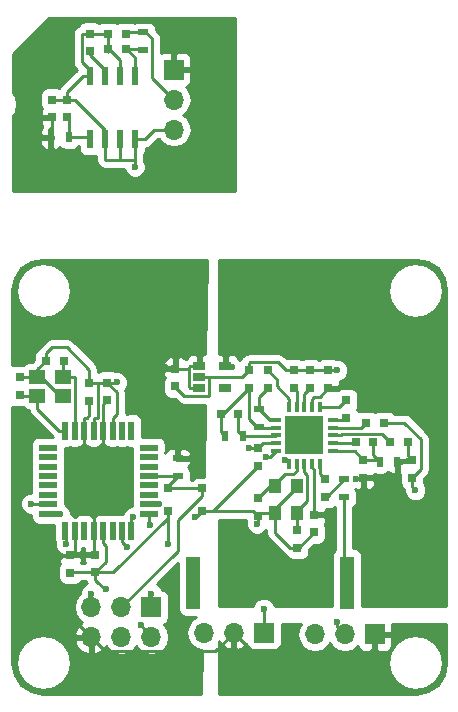
<source format=gbr>
G04 #@! TF.FileFunction,Copper,L1,Top,Signal*
%FSLAX46Y46*%
G04 Gerber Fmt 4.6, Leading zero omitted, Abs format (unit mm)*
G04 Created by KiCad (PCBNEW 4.0.7) date 04/09/18 00:03:13*
%MOMM*%
%LPD*%
G01*
G04 APERTURE LIST*
%ADD10C,0.100000*%
%ADD11R,0.550000X1.600000*%
%ADD12R,1.600000X0.550000*%
%ADD13R,0.800000X0.750000*%
%ADD14R,0.500000X0.900000*%
%ADD15R,0.750000X0.800000*%
%ADD16R,0.600000X1.550000*%
%ADD17R,0.900000X0.500000*%
%ADD18R,1.700000X1.700000*%
%ADD19O,1.700000X1.700000*%
%ADD20R,1.300000X4.500000*%
%ADD21R,0.650000X0.700000*%
%ADD22R,0.355600X0.965200*%
%ADD23R,0.965200X0.355600*%
%ADD24R,3.200400X3.200400*%
%ADD25R,1.060000X0.650000*%
%ADD26R,1.400000X1.200000*%
%ADD27R,1.050000X1.300000*%
%ADD28C,0.600000*%
%ADD29C,0.250000*%
%ADD30C,0.254000*%
G04 APERTURE END LIST*
D10*
D11*
X104492000Y-123473000D03*
X103692000Y-123473000D03*
X102892000Y-123473000D03*
X102092000Y-123473000D03*
X101292000Y-123473000D03*
X100492000Y-123473000D03*
X99692000Y-123473000D03*
X98892000Y-123473000D03*
D12*
X97442000Y-124923000D03*
X97442000Y-125723000D03*
X97442000Y-126523000D03*
X97442000Y-127323000D03*
X97442000Y-128123000D03*
X97442000Y-128923000D03*
X97442000Y-129723000D03*
X97442000Y-130523000D03*
D11*
X98892000Y-131973000D03*
X99692000Y-131973000D03*
X100492000Y-131973000D03*
X101292000Y-131973000D03*
X102092000Y-131973000D03*
X102892000Y-131973000D03*
X103692000Y-131973000D03*
X104492000Y-131973000D03*
D12*
X105942000Y-130523000D03*
X105942000Y-129723000D03*
X105942000Y-128923000D03*
X105942000Y-128123000D03*
X105942000Y-127323000D03*
X105942000Y-126523000D03*
X105942000Y-125723000D03*
X105942000Y-124923000D03*
D13*
X104020932Y-89869346D03*
X102520932Y-89869346D03*
D14*
X99170932Y-98632346D03*
X97670932Y-98632346D03*
D15*
X99067932Y-95457346D03*
X99067932Y-96957346D03*
X100972932Y-89869346D03*
X100972932Y-91369346D03*
X97797932Y-95457346D03*
X97797932Y-96957346D03*
D16*
X100972932Y-98825346D03*
X102242932Y-98825346D03*
X103512932Y-98825346D03*
X104782932Y-98825346D03*
X104782932Y-93425346D03*
X103512932Y-93425346D03*
X102242932Y-93425346D03*
X100972932Y-93425346D03*
D17*
X105481432Y-91242346D03*
X105481432Y-89742346D03*
D18*
X108084932Y-92917346D03*
D19*
X108084932Y-95457346D03*
X108084932Y-97997346D03*
D13*
X104020932Y-91139346D03*
X102520932Y-91139346D03*
D15*
X95020000Y-120453000D03*
X95020000Y-118953000D03*
D20*
X109730000Y-136350000D03*
X122730000Y-136350000D03*
D15*
X124129800Y-127457200D03*
X124129800Y-125957200D03*
D13*
X127889000Y-124460000D03*
X126389000Y-124460000D03*
X124968000Y-124485400D03*
X123468000Y-124485400D03*
D15*
X114427000Y-118376000D03*
X114427000Y-119876000D03*
X116078000Y-119888000D03*
X116078000Y-118388000D03*
X118237000Y-118376000D03*
X118237000Y-119876000D03*
X119634000Y-118388000D03*
X119634000Y-119888000D03*
X121158000Y-119876000D03*
X121158000Y-118376000D03*
X122682000Y-120928000D03*
X122682000Y-122428000D03*
D13*
X125833000Y-122809000D03*
X124333000Y-122809000D03*
D15*
X115189000Y-126492000D03*
X115189000Y-124992000D03*
X128270000Y-127484000D03*
X128270000Y-125984000D03*
X115189000Y-130683000D03*
X115189000Y-129183000D03*
X118540000Y-133380000D03*
X118540000Y-131880000D03*
X120900000Y-129080000D03*
X120900000Y-127580000D03*
X119930000Y-132090000D03*
X119930000Y-130590000D03*
D13*
X113538000Y-122047000D03*
X112038000Y-122047000D03*
D15*
X102450000Y-119423000D03*
X102450000Y-120923000D03*
X100890000Y-119433000D03*
X100890000Y-120933000D03*
X99322000Y-135503000D03*
X99322000Y-134003000D03*
X101442000Y-135483000D03*
X101442000Y-133983000D03*
D13*
X98770000Y-117553000D03*
X97270000Y-117553000D03*
D15*
X108204000Y-119737000D03*
X108204000Y-118237000D03*
D18*
X115697000Y-140589000D03*
D19*
X113157000Y-140589000D03*
X110617000Y-140589000D03*
D18*
X106172000Y-138430000D03*
D19*
X106172000Y-140970000D03*
X103632000Y-138430000D03*
X103632000Y-140970000D03*
X101092000Y-138430000D03*
X101092000Y-140970000D03*
D17*
X122520000Y-129120000D03*
X122520000Y-127620000D03*
D14*
X127000000Y-126111000D03*
X125500000Y-126111000D03*
D17*
X115316000Y-123190000D03*
X115316000Y-121690000D03*
D14*
X112419000Y-123952000D03*
X113919000Y-123952000D03*
D17*
X108420000Y-125813000D03*
X108420000Y-127313000D03*
D21*
X110500000Y-130283000D03*
X107550000Y-130283000D03*
X107550000Y-128383000D03*
X110500000Y-128383000D03*
D22*
X117836001Y-126268000D03*
X118486002Y-126268000D03*
X119136001Y-126268000D03*
X119786000Y-126268000D03*
X120436001Y-126268000D03*
D23*
X121510901Y-125193100D03*
X121510901Y-124543099D03*
X121510901Y-123893100D03*
X121510901Y-123243101D03*
X121510901Y-122593100D03*
D22*
X120436001Y-121518200D03*
X119786000Y-121518200D03*
X119136001Y-121518200D03*
X118486002Y-121518200D03*
X117836001Y-121518200D03*
D23*
X116761101Y-122593100D03*
X116761101Y-123243101D03*
X116761101Y-123893100D03*
X116761101Y-124543099D03*
X116761101Y-125193100D03*
D24*
X119136001Y-123893100D03*
D25*
X110236000Y-117983000D03*
X110236000Y-118933000D03*
X110236000Y-119883000D03*
X112436000Y-119883000D03*
X112436000Y-117983000D03*
D26*
X98720000Y-118923000D03*
X96520000Y-118923000D03*
X96520000Y-120523000D03*
X98720000Y-120523000D03*
D27*
X116677000Y-130436000D03*
X116677000Y-128136000D03*
X118527000Y-130436000D03*
X118527000Y-128136000D03*
D18*
X125095000Y-140716000D03*
D19*
X122555000Y-140716000D03*
X120015000Y-140716000D03*
D28*
X113030000Y-118110000D03*
X114403000Y-124992000D03*
X123470002Y-127571500D03*
X120743000Y-130590000D03*
X107550000Y-133077000D03*
X102362000Y-136906000D03*
X109855000Y-130810000D03*
X128524000Y-128524000D03*
X121920000Y-118364000D03*
X103225600Y-119405400D03*
X115138200Y-131394200D03*
X100457000Y-125984000D03*
X107315000Y-118110000D03*
X106784640Y-129696180D03*
X121920000Y-139700000D03*
X104140000Y-133350000D03*
X115697000Y-138557000D03*
X98425000Y-130556000D03*
X106172000Y-137287000D03*
X98933000Y-133096000D03*
X105283000Y-139954000D03*
X96012000Y-129667000D03*
X101092000Y-137287000D03*
X115921075Y-125741999D03*
X104642265Y-130814340D03*
X106045000Y-131445000D03*
X117500067Y-125992024D03*
X104782932Y-101172346D03*
D29*
X122520000Y-129120000D02*
X122520000Y-136140000D01*
X122520000Y-136140000D02*
X122730000Y-136350000D01*
X113030000Y-118110000D02*
X112563000Y-118110000D01*
X112563000Y-118110000D02*
X112436000Y-117983000D01*
X115189000Y-124992000D02*
X114403000Y-124992000D01*
X123470002Y-127571500D02*
X124015500Y-127571500D01*
X124015500Y-127571500D02*
X124129800Y-127457200D01*
X119930000Y-130590000D02*
X120743000Y-130590000D01*
X127889000Y-124460000D02*
X127889000Y-125603000D01*
X127889000Y-125603000D02*
X128270000Y-125984000D01*
X116761101Y-124543099D02*
X115637901Y-124543099D01*
X115637901Y-124543099D02*
X115189000Y-124992000D01*
X119786000Y-121518200D02*
X119786000Y-120785600D01*
X119786000Y-120785600D02*
X119958599Y-120613001D01*
X119958599Y-120613001D02*
X120445999Y-120613001D01*
X120445999Y-120613001D02*
X121158000Y-119901000D01*
X121158000Y-119901000D02*
X121158000Y-119876000D01*
X128270000Y-125984000D02*
X127127000Y-125984000D01*
X127127000Y-125984000D02*
X127000000Y-126111000D01*
X119786000Y-126268000D02*
X119786000Y-126606000D01*
X119786000Y-126606000D02*
X119930000Y-126750000D01*
X119930000Y-126750000D02*
X119930000Y-129940000D01*
X119930000Y-129940000D02*
X119930000Y-130590000D01*
X124968000Y-124485400D02*
X124968000Y-125579000D01*
X124968000Y-125579000D02*
X125500000Y-126111000D01*
X124129800Y-125957200D02*
X125346200Y-125957200D01*
X125346200Y-125957200D02*
X125500000Y-126111000D01*
X121510901Y-125193100D02*
X123390700Y-125193100D01*
X123390700Y-125193100D02*
X124129800Y-125932200D01*
X124129800Y-125932200D02*
X124129800Y-125957200D01*
X121510901Y-123893100D02*
X122243501Y-123893100D01*
X122243501Y-123893100D02*
X122351202Y-123785399D01*
X122351202Y-123785399D02*
X125689399Y-123785399D01*
X125689399Y-123785399D02*
X126364000Y-124460000D01*
X126364000Y-124460000D02*
X126389000Y-124460000D01*
X121510901Y-124543099D02*
X123410301Y-124543099D01*
X123410301Y-124543099D02*
X123468000Y-124485400D01*
X107550000Y-130283000D02*
X107550000Y-133077000D01*
X101600000Y-136271000D02*
X102235000Y-136906000D01*
X102235000Y-136906000D02*
X102362000Y-136906000D01*
X101580000Y-136271000D02*
X101600000Y-136271000D01*
X101442000Y-135483000D02*
X101442000Y-136133000D01*
X101442000Y-136133000D02*
X101580000Y-136271000D01*
X109855000Y-130810000D02*
X109973000Y-130810000D01*
X109973000Y-130810000D02*
X110500000Y-130283000D01*
X128270000Y-127484000D02*
X128270000Y-128270000D01*
X128270000Y-128270000D02*
X128524000Y-128524000D01*
X125833000Y-122809000D02*
X127598002Y-122809000D01*
X127598002Y-122809000D02*
X128970001Y-124180999D01*
X128970001Y-126758999D02*
X128270000Y-127459000D01*
X128970001Y-124180999D02*
X128970001Y-126758999D01*
X128270000Y-127459000D02*
X128270000Y-127484000D01*
X121158000Y-118376000D02*
X121908000Y-118376000D01*
X121908000Y-118376000D02*
X121920000Y-118364000D01*
X119634000Y-118388000D02*
X121146000Y-118388000D01*
X121146000Y-118388000D02*
X121158000Y-118376000D01*
X118237000Y-118376000D02*
X119622000Y-118376000D01*
X119622000Y-118376000D02*
X119634000Y-118388000D01*
X114427000Y-118376000D02*
X114427000Y-117726000D01*
X116898999Y-117662999D02*
X117612000Y-118376000D01*
X114427000Y-117726000D02*
X114490001Y-117662999D01*
X114490001Y-117662999D02*
X116898999Y-117662999D01*
X117612000Y-118376000D02*
X118237000Y-118376000D01*
X110236000Y-118933000D02*
X113870000Y-118933000D01*
X113870000Y-118933000D02*
X114427000Y-118376000D01*
X110236000Y-118933000D02*
X111016000Y-118933000D01*
X111016000Y-118933000D02*
X111091001Y-119008001D01*
X111091001Y-119008001D02*
X111091001Y-120468001D01*
X111091001Y-120468001D02*
X111026001Y-120533001D01*
X108204000Y-119762000D02*
X108204000Y-119737000D01*
X111026001Y-120533001D02*
X108975001Y-120533001D01*
X108975001Y-120533001D02*
X108204000Y-119762000D01*
X110500000Y-130283000D02*
X111423000Y-130283000D01*
X111423000Y-130283000D02*
X115189000Y-126517000D01*
X115189000Y-126517000D02*
X115189000Y-126492000D01*
X110500000Y-130283000D02*
X114789000Y-130283000D01*
X114789000Y-130283000D02*
X115189000Y-130683000D01*
X107550000Y-130283000D02*
X107550000Y-130883000D01*
X107550000Y-130883000D02*
X102950000Y-135483000D01*
X102950000Y-135483000D02*
X102067000Y-135483000D01*
X102067000Y-135483000D02*
X101442000Y-135483000D01*
X102450000Y-119423000D02*
X103208000Y-119423000D01*
X103208000Y-119423000D02*
X103225600Y-119405400D01*
X97270000Y-117553000D02*
X97270000Y-116928000D01*
X97270000Y-116928000D02*
X97782609Y-116415391D01*
X97782609Y-116415391D02*
X98992393Y-116415391D01*
X98992393Y-116415391D02*
X100890000Y-118312998D01*
X100890000Y-118312998D02*
X100890000Y-118783000D01*
X100890000Y-118783000D02*
X100890000Y-119433000D01*
X96520000Y-118923000D02*
X96520000Y-118303000D01*
X96520000Y-118303000D02*
X97270000Y-117553000D01*
X96520000Y-118923000D02*
X96805002Y-118923000D01*
X96805002Y-118923000D02*
X98405002Y-120523000D01*
X98405002Y-120523000D02*
X98720000Y-120523000D01*
X95020000Y-118953000D02*
X96490000Y-118953000D01*
X96490000Y-118953000D02*
X96520000Y-118923000D01*
X101292000Y-123473000D02*
X101292000Y-122423000D01*
X101292000Y-122423000D02*
X101337800Y-122377200D01*
X101337800Y-122377200D02*
X101641990Y-122377200D01*
X100890000Y-119433000D02*
X101515000Y-119433000D01*
X101515000Y-119433000D02*
X101641990Y-119559990D01*
X101641990Y-119559990D02*
X101641990Y-122377200D01*
X102450000Y-119423000D02*
X102450000Y-119448000D01*
X102450000Y-119448000D02*
X103225600Y-120223600D01*
X103225600Y-120223600D02*
X103225600Y-122089400D01*
X103225600Y-122089400D02*
X102892000Y-122423000D01*
X102892000Y-122423000D02*
X102892000Y-123473000D01*
X100890000Y-119433000D02*
X102440000Y-119433000D01*
X102440000Y-119433000D02*
X102450000Y-119423000D01*
X101442000Y-135483000D02*
X101442000Y-135458000D01*
X101442000Y-135458000D02*
X102291999Y-134608001D01*
X102092000Y-133023000D02*
X102092000Y-131973000D01*
X102291999Y-134608001D02*
X102291999Y-133222999D01*
X102291999Y-133222999D02*
X102092000Y-133023000D01*
X101442000Y-135483000D02*
X99342000Y-135483000D01*
X99342000Y-135483000D02*
X99322000Y-135503000D01*
X115189000Y-130683000D02*
X115189000Y-131343400D01*
X115189000Y-131343400D02*
X115138200Y-131394200D01*
X116677000Y-130436000D02*
X116677000Y-130111000D01*
X116677000Y-130111000D02*
X118527000Y-128261000D01*
X118527000Y-128261000D02*
X118527000Y-128136000D01*
X118540000Y-133380000D02*
X118640000Y-133380000D01*
X118640000Y-133380000D02*
X119930000Y-132090000D01*
X116677000Y-130436000D02*
X116677000Y-132142000D01*
X116677000Y-132142000D02*
X117915000Y-133380000D01*
X117915000Y-133380000D02*
X118540000Y-133380000D01*
X116677000Y-130436000D02*
X115436000Y-130436000D01*
X115436000Y-130436000D02*
X115189000Y-130683000D01*
X112038000Y-122047000D02*
X112038000Y-123571000D01*
X112038000Y-123571000D02*
X112419000Y-123952000D01*
X114427000Y-119876000D02*
X114427000Y-119901000D01*
X114427000Y-119901000D02*
X112281000Y-122047000D01*
X112281000Y-122047000D02*
X112038000Y-122047000D01*
X115316000Y-123190000D02*
X115116000Y-123190000D01*
X115116000Y-123190000D02*
X114427000Y-122501000D01*
X114427000Y-122501000D02*
X114427000Y-120526000D01*
X114427000Y-120526000D02*
X114427000Y-119876000D01*
X112419000Y-123752000D02*
X112419000Y-123952000D01*
X116761101Y-123243101D02*
X115369101Y-123243101D01*
X115369101Y-123243101D02*
X115316000Y-123190000D01*
X115316000Y-121690000D02*
X115316000Y-120650000D01*
X115316000Y-120650000D02*
X116078000Y-119888000D01*
X116761101Y-122593100D02*
X116219100Y-122593100D01*
X116219100Y-122593100D02*
X115316000Y-121690000D01*
X117836001Y-121518200D02*
X117836001Y-120785600D01*
X117836001Y-120785600D02*
X116778001Y-119727600D01*
X116778001Y-119727600D02*
X116778001Y-119113001D01*
X116778001Y-119113001D02*
X116078000Y-118413000D01*
X116078000Y-118413000D02*
X116078000Y-118388000D01*
X118486002Y-121518200D02*
X118486002Y-120125002D01*
X118486002Y-120125002D02*
X118237000Y-119876000D01*
X119136001Y-121518200D02*
X119136001Y-120385999D01*
X119136001Y-120385999D02*
X119634000Y-119888000D01*
X120436001Y-121518200D02*
X122091800Y-121518200D01*
X122091800Y-121518200D02*
X122682000Y-120928000D01*
X121510901Y-122593100D02*
X122516900Y-122593100D01*
X122516900Y-122593100D02*
X122682000Y-122428000D01*
X121510901Y-123243101D02*
X123898899Y-123243101D01*
X123898899Y-123243101D02*
X124333000Y-122809000D01*
X116677000Y-128136000D02*
X116236000Y-128136000D01*
X116236000Y-128136000D02*
X115189000Y-129183000D01*
X116489000Y-127948000D02*
X116677000Y-128136000D01*
X118486002Y-126268000D02*
X118486002Y-126863401D01*
X118486002Y-126863401D02*
X118188404Y-127160999D01*
X116677000Y-128011000D02*
X116677000Y-128136000D01*
X118188404Y-127160999D02*
X117527001Y-127160999D01*
X117527001Y-127160999D02*
X116677000Y-128011000D01*
X118527000Y-130436000D02*
X118527000Y-131867000D01*
X118527000Y-131867000D02*
X118540000Y-131880000D01*
X119136001Y-126268000D02*
X119136001Y-127000600D01*
X119136001Y-127000600D02*
X119377001Y-127241600D01*
X119377001Y-127241600D02*
X119377001Y-129460999D01*
X118527000Y-130311000D02*
X118527000Y-130436000D01*
X119377001Y-129460999D02*
X118527000Y-130311000D01*
X120900000Y-129080000D02*
X121060000Y-129080000D01*
X121060000Y-129080000D02*
X122520000Y-127620000D01*
X120436001Y-126268000D02*
X120436001Y-127116001D01*
X120436001Y-127116001D02*
X120900000Y-127580000D01*
X113538000Y-122047000D02*
X113538000Y-123571000D01*
X113538000Y-123571000D02*
X113919000Y-123952000D01*
X113919000Y-123952000D02*
X116702201Y-123952000D01*
X116702201Y-123952000D02*
X116761101Y-123893100D01*
X100492000Y-124714000D02*
X100492000Y-124933000D01*
X100492000Y-123473000D02*
X100492000Y-124714000D01*
X100492000Y-125949000D02*
X100457000Y-125984000D01*
X100492000Y-124714000D02*
X100492000Y-125949000D01*
X100691999Y-130322999D02*
X101292000Y-130923000D01*
X102600600Y-121073600D02*
X102450000Y-120923000D01*
X100492000Y-124933000D02*
X101682000Y-124933000D01*
X101682000Y-124933000D02*
X102092000Y-124523000D01*
X102092000Y-124523000D02*
X102092000Y-123473000D01*
X100691999Y-122386591D02*
X100528409Y-122386591D01*
X100528409Y-122386591D02*
X100492000Y-122423000D01*
X100492000Y-122423000D02*
X100492000Y-123473000D01*
X100890000Y-120933000D02*
X100890000Y-122188590D01*
X100890000Y-122188590D02*
X100691999Y-122386591D01*
X101292000Y-130923000D02*
X101292000Y-131973000D01*
X100890000Y-120933000D02*
X100890000Y-121583000D01*
X113157000Y-140589000D02*
X114808000Y-142240000D01*
X114808000Y-142240000D02*
X124671000Y-142240000D01*
X124671000Y-142240000D02*
X125095000Y-141816000D01*
X125095000Y-141816000D02*
X125095000Y-140716000D01*
X113157000Y-140589000D02*
X111600999Y-142145001D01*
X102267001Y-142145001D02*
X101941999Y-141819999D01*
X111600999Y-142145001D02*
X102267001Y-142145001D01*
X101941999Y-141819999D02*
X101092000Y-140970000D01*
X101092000Y-140970000D02*
X97916857Y-137794857D01*
X97916857Y-137794857D02*
X97916857Y-134783143D01*
X97916857Y-134783143D02*
X98697000Y-134003000D01*
X98697000Y-134003000D02*
X99322000Y-134003000D01*
X107315000Y-118110000D02*
X108077000Y-118110000D01*
X108077000Y-118110000D02*
X108204000Y-118237000D01*
X109380999Y-119807999D02*
X109380999Y-118237000D01*
X109380999Y-118237000D02*
X109380999Y-118058001D01*
X108204000Y-118237000D02*
X109380999Y-118237000D01*
X110236000Y-119883000D02*
X109456000Y-119883000D01*
X109456000Y-119883000D02*
X109380999Y-119807999D01*
X109380999Y-118058001D02*
X109456000Y-117983000D01*
X110236000Y-117983000D02*
X109456000Y-117983000D01*
X102092000Y-123473000D02*
X102092000Y-121281000D01*
X102092000Y-121281000D02*
X102450000Y-120923000D01*
X101292000Y-131973000D02*
X101292000Y-133833000D01*
X101292000Y-133833000D02*
X101442000Y-133983000D01*
X99322000Y-134003000D02*
X99692000Y-133633000D01*
X99692000Y-133633000D02*
X99692000Y-131973000D01*
X98720000Y-118923000D02*
X98720000Y-117603000D01*
X98720000Y-117603000D02*
X98770000Y-117553000D01*
X99692000Y-123473000D02*
X99692000Y-122423000D01*
X99692000Y-122423000D02*
X99745001Y-122369999D01*
X99745001Y-122369999D02*
X99745001Y-118998001D01*
X99745001Y-118998001D02*
X99670000Y-118923000D01*
X99670000Y-118923000D02*
X98720000Y-118923000D01*
X96520000Y-120523000D02*
X95090000Y-120523000D01*
X95090000Y-120523000D02*
X95020000Y-120453000D01*
X98892000Y-123473000D02*
X98367000Y-123473000D01*
X98367000Y-123473000D02*
X96520000Y-121626000D01*
X96520000Y-121626000D02*
X96520000Y-121373000D01*
X96520000Y-121373000D02*
X96520000Y-120523000D01*
X106784640Y-129696180D02*
X105968820Y-129696180D01*
X105968820Y-129696180D02*
X105942000Y-129723000D01*
X121920000Y-140081000D02*
X121920000Y-139700000D01*
X122555000Y-140716000D02*
X121920000Y-140081000D01*
X99170932Y-98632346D02*
X100779932Y-98632346D01*
X100779932Y-98632346D02*
X100972932Y-98825346D01*
X99170932Y-98632346D02*
X99170932Y-97060346D01*
X99170932Y-97060346D02*
X99067932Y-96957346D01*
X104020932Y-91139346D02*
X105378432Y-91139346D01*
X105378432Y-91139346D02*
X105481432Y-91242346D01*
X104782932Y-93425346D02*
X104782932Y-91876346D01*
X104782932Y-91876346D02*
X104045932Y-91139346D01*
X104045932Y-91139346D02*
X104020932Y-91139346D01*
X102242932Y-93425346D02*
X102242932Y-92950346D01*
X102242932Y-92950346D02*
X100972932Y-91680346D01*
X100972932Y-91680346D02*
X100972932Y-91369346D01*
X104140000Y-133350000D02*
X103692000Y-132902000D01*
X103692000Y-132902000D02*
X103692000Y-131973000D01*
X115697000Y-140589000D02*
X115697000Y-138557000D01*
X98425000Y-130556000D02*
X97475000Y-130556000D01*
X97475000Y-130556000D02*
X97442000Y-130523000D01*
X106172000Y-138430000D02*
X106172000Y-137287000D01*
X98933000Y-133096000D02*
X98933000Y-132014000D01*
X98933000Y-132014000D02*
X98892000Y-131973000D01*
X106172000Y-140970000D02*
X106172000Y-140843000D01*
X106172000Y-140843000D02*
X105283000Y-139954000D01*
X103632000Y-138430000D02*
X108420000Y-133642000D01*
X108420000Y-133642000D02*
X108420000Y-131063000D01*
X110500000Y-128983000D02*
X110500000Y-128383000D01*
X108420000Y-131063000D02*
X110500000Y-128983000D01*
X107550000Y-128383000D02*
X108125000Y-128383000D01*
X108125000Y-128383000D02*
X110500000Y-128383000D01*
X107550000Y-128383000D02*
X107550000Y-128183000D01*
X107550000Y-128183000D02*
X108420000Y-127313000D01*
X108420000Y-127313000D02*
X105952000Y-127313000D01*
X105952000Y-127313000D02*
X105942000Y-127323000D01*
X96012000Y-129667000D02*
X97386000Y-129667000D01*
X97386000Y-129667000D02*
X97442000Y-129723000D01*
X101092000Y-138430000D02*
X101092000Y-137287000D01*
X115921075Y-125741999D02*
X116212202Y-125741999D01*
X116212202Y-125741999D02*
X116761101Y-125193100D01*
X104492000Y-131973000D02*
X104492000Y-130964605D01*
X104492000Y-130964605D02*
X104642265Y-130814340D01*
X117500067Y-125992024D02*
X117560025Y-125992024D01*
X117560025Y-125992024D02*
X117836001Y-126268000D01*
X105942000Y-130523000D02*
X105942000Y-131342000D01*
X105942000Y-131342000D02*
X106045000Y-131445000D01*
X100972932Y-89869346D02*
X100347932Y-89869346D01*
X100347932Y-89869346D02*
X100272931Y-89944347D01*
X100272931Y-89944347D02*
X100272931Y-92250345D01*
X100272931Y-92250345D02*
X100972932Y-92950346D01*
X100972932Y-92950346D02*
X100972932Y-93425346D01*
X102242932Y-98825346D02*
X102242932Y-98007346D01*
X102242932Y-98007346D02*
X99692932Y-95457346D01*
X99692932Y-95457346D02*
X99067932Y-95457346D01*
X102242932Y-98825346D02*
X102242932Y-99300346D01*
X97797932Y-95482346D02*
X97797932Y-95457346D01*
X106433932Y-97997346D02*
X105605932Y-98825346D01*
X105605932Y-98825346D02*
X104782932Y-98825346D01*
X108084932Y-97997346D02*
X106433932Y-97997346D01*
X100972932Y-89869346D02*
X102520932Y-89869346D01*
X102520932Y-91139346D02*
X102520932Y-89869346D01*
X102520932Y-91402346D02*
X102520932Y-91139346D01*
X103512932Y-93425346D02*
X103512932Y-92106346D01*
X103512932Y-92106346D02*
X102545932Y-91139346D01*
X102545932Y-91139346D02*
X102520932Y-91139346D01*
X99067932Y-95457346D02*
X97797932Y-95457346D01*
X100972932Y-93425346D02*
X100422932Y-93425346D01*
X100422932Y-93425346D02*
X99067932Y-94780346D01*
X99067932Y-94780346D02*
X99067932Y-94807346D01*
X99067932Y-94807346D02*
X99067932Y-95457346D01*
X104782932Y-100537346D02*
X104782932Y-101172346D01*
X104782932Y-100537346D02*
X104782932Y-98825346D01*
X103512932Y-100537346D02*
X104782932Y-100537346D01*
X103512932Y-100537346D02*
X103512932Y-98825346D01*
X102242932Y-100537346D02*
X103512932Y-100537346D01*
X102242932Y-98825346D02*
X102242932Y-100537346D01*
X97797932Y-96957346D02*
X97797932Y-98505346D01*
X97797932Y-98505346D02*
X97670932Y-98632346D01*
X108084932Y-95457346D02*
X106256433Y-93628847D01*
X106256433Y-93628847D02*
X106256433Y-90317347D01*
X106256433Y-90317347D02*
X105681432Y-89742346D01*
X105681432Y-89742346D02*
X105481432Y-89742346D01*
X105481432Y-89742346D02*
X104147932Y-89742346D01*
X104147932Y-89742346D02*
X104020932Y-89869346D01*
D30*
G36*
X94645000Y-121500440D02*
X95308292Y-121500440D01*
X95355910Y-121574441D01*
X95568110Y-121719431D01*
X95787419Y-121763842D01*
X95817852Y-121916839D01*
X95982599Y-122163401D01*
X97819758Y-124000560D01*
X96642000Y-124000560D01*
X96406683Y-124044838D01*
X96190559Y-124183910D01*
X96045569Y-124396110D01*
X95994560Y-124648000D01*
X95994560Y-125198000D01*
X96018944Y-125327589D01*
X95994560Y-125448000D01*
X95994560Y-125998000D01*
X96018944Y-126127589D01*
X95994560Y-126248000D01*
X95994560Y-126798000D01*
X96018944Y-126927589D01*
X95994560Y-127048000D01*
X95994560Y-127598000D01*
X96018944Y-127727589D01*
X95994560Y-127848000D01*
X95994560Y-128398000D01*
X96018944Y-128527589D01*
X95994560Y-128648000D01*
X95994560Y-128731984D01*
X95826833Y-128731838D01*
X95483057Y-128873883D01*
X95219808Y-129136673D01*
X95077162Y-129480201D01*
X95076838Y-129852167D01*
X95218883Y-130195943D01*
X95481673Y-130459192D01*
X95825201Y-130601838D01*
X95994560Y-130601986D01*
X95994560Y-130798000D01*
X96038838Y-131033317D01*
X96177910Y-131249441D01*
X96390110Y-131394431D01*
X96642000Y-131445440D01*
X97969560Y-131445440D01*
X97969560Y-132773000D01*
X97998148Y-132924934D01*
X97997838Y-133281167D01*
X98139883Y-133624943D01*
X98402673Y-133888192D01*
X98746201Y-134030838D01*
X99118167Y-134031162D01*
X99461943Y-133889117D01*
X99475083Y-133876000D01*
X100173250Y-133876000D01*
X100332000Y-133717250D01*
X100332000Y-133476691D01*
X100308700Y-133420440D01*
X100447016Y-133420440D01*
X100432000Y-133456691D01*
X100432000Y-133697250D01*
X100590750Y-133856000D01*
X101315000Y-133856000D01*
X101315000Y-133836000D01*
X101531999Y-133836000D01*
X101531999Y-134130000D01*
X101315000Y-134130000D01*
X101315000Y-134110000D01*
X100590750Y-134110000D01*
X100432000Y-134268750D01*
X100432000Y-134509309D01*
X100520514Y-134723000D01*
X100251770Y-134723000D01*
X100332000Y-134529309D01*
X100332000Y-134288750D01*
X100173250Y-134130000D01*
X99449000Y-134130000D01*
X99449000Y-134150000D01*
X99195000Y-134150000D01*
X99195000Y-134130000D01*
X98470750Y-134130000D01*
X98312000Y-134288750D01*
X98312000Y-134529309D01*
X98408673Y-134762698D01*
X98410043Y-134764068D01*
X98350569Y-134851110D01*
X98299560Y-135103000D01*
X98299560Y-135903000D01*
X98343838Y-136138317D01*
X98482910Y-136354441D01*
X98695110Y-136499431D01*
X98947000Y-136550440D01*
X99697000Y-136550440D01*
X99932317Y-136506162D01*
X100148441Y-136367090D01*
X100233228Y-136243000D01*
X100544069Y-136243000D01*
X100602910Y-136334441D01*
X100733307Y-136423537D01*
X100563057Y-136493883D01*
X100299808Y-136756673D01*
X100157162Y-137100201D01*
X100157011Y-137273969D01*
X100041946Y-137350853D01*
X99720039Y-137832622D01*
X99607000Y-138400907D01*
X99607000Y-138459093D01*
X99720039Y-139027378D01*
X100041946Y-139509147D01*
X100325101Y-139698345D01*
X100325076Y-139698355D01*
X99896817Y-140088642D01*
X99650514Y-140613108D01*
X99771181Y-140843000D01*
X100965000Y-140843000D01*
X100965000Y-140823000D01*
X101219000Y-140823000D01*
X101219000Y-140843000D01*
X101239000Y-140843000D01*
X101239000Y-141097000D01*
X101219000Y-141097000D01*
X101219000Y-142290155D01*
X101448890Y-142411476D01*
X101858924Y-142241645D01*
X102287183Y-141851358D01*
X102354298Y-141708447D01*
X102581946Y-142049147D01*
X103063715Y-142371054D01*
X103632000Y-142484093D01*
X104200285Y-142371054D01*
X104682054Y-142049147D01*
X104902000Y-141719974D01*
X105121946Y-142049147D01*
X105603715Y-142371054D01*
X106172000Y-142484093D01*
X106740285Y-142371054D01*
X107222054Y-142049147D01*
X107543961Y-141567378D01*
X107657000Y-140999093D01*
X107657000Y-140940907D01*
X107543961Y-140372622D01*
X107222054Y-139890853D01*
X107220821Y-139890029D01*
X107257317Y-139883162D01*
X107473441Y-139744090D01*
X107618431Y-139531890D01*
X107669440Y-139280000D01*
X107669440Y-137580000D01*
X107625162Y-137344683D01*
X107486090Y-137128559D01*
X107273890Y-136983569D01*
X107038610Y-136935924D01*
X106965117Y-136758057D01*
X106702327Y-136494808D01*
X106659696Y-136477106D01*
X108432560Y-134704242D01*
X108432560Y-138600000D01*
X108476838Y-138835317D01*
X108615910Y-139051441D01*
X108828110Y-139196431D01*
X109080000Y-139247440D01*
X109959676Y-139247440D01*
X109566946Y-139509853D01*
X109245039Y-139991622D01*
X109132000Y-140559907D01*
X109132000Y-140618093D01*
X109245039Y-141186378D01*
X109566946Y-141668147D01*
X110048715Y-141990054D01*
X110444506Y-142068782D01*
X110398585Y-145742434D01*
X96968467Y-145742434D01*
X95953253Y-145540496D01*
X95149794Y-145003640D01*
X94612938Y-144200179D01*
X94411000Y-143184967D01*
X94411000Y-143125434D01*
X94711050Y-143125434D01*
X94887417Y-144012092D01*
X95389669Y-144763765D01*
X96141342Y-145266017D01*
X97028000Y-145442384D01*
X97914658Y-145266017D01*
X98666331Y-144763765D01*
X99168583Y-144012092D01*
X99344950Y-143125434D01*
X99168583Y-142238776D01*
X98666331Y-141487103D01*
X98426559Y-141326892D01*
X99650514Y-141326892D01*
X99896817Y-141851358D01*
X100325076Y-142241645D01*
X100735110Y-142411476D01*
X100965000Y-142290155D01*
X100965000Y-141097000D01*
X99771181Y-141097000D01*
X99650514Y-141326892D01*
X98426559Y-141326892D01*
X97914658Y-140984851D01*
X97028000Y-140808484D01*
X96141342Y-140984851D01*
X95389669Y-141487103D01*
X94887417Y-142238776D01*
X94711050Y-143125434D01*
X94411000Y-143125434D01*
X94411000Y-121453054D01*
X94645000Y-121500440D01*
X94645000Y-121500440D01*
G37*
X94645000Y-121500440D02*
X95308292Y-121500440D01*
X95355910Y-121574441D01*
X95568110Y-121719431D01*
X95787419Y-121763842D01*
X95817852Y-121916839D01*
X95982599Y-122163401D01*
X97819758Y-124000560D01*
X96642000Y-124000560D01*
X96406683Y-124044838D01*
X96190559Y-124183910D01*
X96045569Y-124396110D01*
X95994560Y-124648000D01*
X95994560Y-125198000D01*
X96018944Y-125327589D01*
X95994560Y-125448000D01*
X95994560Y-125998000D01*
X96018944Y-126127589D01*
X95994560Y-126248000D01*
X95994560Y-126798000D01*
X96018944Y-126927589D01*
X95994560Y-127048000D01*
X95994560Y-127598000D01*
X96018944Y-127727589D01*
X95994560Y-127848000D01*
X95994560Y-128398000D01*
X96018944Y-128527589D01*
X95994560Y-128648000D01*
X95994560Y-128731984D01*
X95826833Y-128731838D01*
X95483057Y-128873883D01*
X95219808Y-129136673D01*
X95077162Y-129480201D01*
X95076838Y-129852167D01*
X95218883Y-130195943D01*
X95481673Y-130459192D01*
X95825201Y-130601838D01*
X95994560Y-130601986D01*
X95994560Y-130798000D01*
X96038838Y-131033317D01*
X96177910Y-131249441D01*
X96390110Y-131394431D01*
X96642000Y-131445440D01*
X97969560Y-131445440D01*
X97969560Y-132773000D01*
X97998148Y-132924934D01*
X97997838Y-133281167D01*
X98139883Y-133624943D01*
X98402673Y-133888192D01*
X98746201Y-134030838D01*
X99118167Y-134031162D01*
X99461943Y-133889117D01*
X99475083Y-133876000D01*
X100173250Y-133876000D01*
X100332000Y-133717250D01*
X100332000Y-133476691D01*
X100308700Y-133420440D01*
X100447016Y-133420440D01*
X100432000Y-133456691D01*
X100432000Y-133697250D01*
X100590750Y-133856000D01*
X101315000Y-133856000D01*
X101315000Y-133836000D01*
X101531999Y-133836000D01*
X101531999Y-134130000D01*
X101315000Y-134130000D01*
X101315000Y-134110000D01*
X100590750Y-134110000D01*
X100432000Y-134268750D01*
X100432000Y-134509309D01*
X100520514Y-134723000D01*
X100251770Y-134723000D01*
X100332000Y-134529309D01*
X100332000Y-134288750D01*
X100173250Y-134130000D01*
X99449000Y-134130000D01*
X99449000Y-134150000D01*
X99195000Y-134150000D01*
X99195000Y-134130000D01*
X98470750Y-134130000D01*
X98312000Y-134288750D01*
X98312000Y-134529309D01*
X98408673Y-134762698D01*
X98410043Y-134764068D01*
X98350569Y-134851110D01*
X98299560Y-135103000D01*
X98299560Y-135903000D01*
X98343838Y-136138317D01*
X98482910Y-136354441D01*
X98695110Y-136499431D01*
X98947000Y-136550440D01*
X99697000Y-136550440D01*
X99932317Y-136506162D01*
X100148441Y-136367090D01*
X100233228Y-136243000D01*
X100544069Y-136243000D01*
X100602910Y-136334441D01*
X100733307Y-136423537D01*
X100563057Y-136493883D01*
X100299808Y-136756673D01*
X100157162Y-137100201D01*
X100157011Y-137273969D01*
X100041946Y-137350853D01*
X99720039Y-137832622D01*
X99607000Y-138400907D01*
X99607000Y-138459093D01*
X99720039Y-139027378D01*
X100041946Y-139509147D01*
X100325101Y-139698345D01*
X100325076Y-139698355D01*
X99896817Y-140088642D01*
X99650514Y-140613108D01*
X99771181Y-140843000D01*
X100965000Y-140843000D01*
X100965000Y-140823000D01*
X101219000Y-140823000D01*
X101219000Y-140843000D01*
X101239000Y-140843000D01*
X101239000Y-141097000D01*
X101219000Y-141097000D01*
X101219000Y-142290155D01*
X101448890Y-142411476D01*
X101858924Y-142241645D01*
X102287183Y-141851358D01*
X102354298Y-141708447D01*
X102581946Y-142049147D01*
X103063715Y-142371054D01*
X103632000Y-142484093D01*
X104200285Y-142371054D01*
X104682054Y-142049147D01*
X104902000Y-141719974D01*
X105121946Y-142049147D01*
X105603715Y-142371054D01*
X106172000Y-142484093D01*
X106740285Y-142371054D01*
X107222054Y-142049147D01*
X107543961Y-141567378D01*
X107657000Y-140999093D01*
X107657000Y-140940907D01*
X107543961Y-140372622D01*
X107222054Y-139890853D01*
X107220821Y-139890029D01*
X107257317Y-139883162D01*
X107473441Y-139744090D01*
X107618431Y-139531890D01*
X107669440Y-139280000D01*
X107669440Y-137580000D01*
X107625162Y-137344683D01*
X107486090Y-137128559D01*
X107273890Y-136983569D01*
X107038610Y-136935924D01*
X106965117Y-136758057D01*
X106702327Y-136494808D01*
X106659696Y-136477106D01*
X108432560Y-134704242D01*
X108432560Y-138600000D01*
X108476838Y-138835317D01*
X108615910Y-139051441D01*
X108828110Y-139196431D01*
X109080000Y-139247440D01*
X109959676Y-139247440D01*
X109566946Y-139509853D01*
X109245039Y-139991622D01*
X109132000Y-140559907D01*
X109132000Y-140618093D01*
X109245039Y-141186378D01*
X109566946Y-141668147D01*
X110048715Y-141990054D01*
X110444506Y-142068782D01*
X110398585Y-145742434D01*
X96968467Y-145742434D01*
X95953253Y-145540496D01*
X95149794Y-145003640D01*
X94612938Y-144200179D01*
X94411000Y-143184967D01*
X94411000Y-143125434D01*
X94711050Y-143125434D01*
X94887417Y-144012092D01*
X95389669Y-144763765D01*
X96141342Y-145266017D01*
X97028000Y-145442384D01*
X97914658Y-145266017D01*
X98666331Y-144763765D01*
X99168583Y-144012092D01*
X99344950Y-143125434D01*
X99168583Y-142238776D01*
X98666331Y-141487103D01*
X98426559Y-141326892D01*
X99650514Y-141326892D01*
X99896817Y-141851358D01*
X100325076Y-142241645D01*
X100735110Y-142411476D01*
X100965000Y-142290155D01*
X100965000Y-141097000D01*
X99771181Y-141097000D01*
X99650514Y-141326892D01*
X98426559Y-141326892D01*
X97914658Y-140984851D01*
X97028000Y-140808484D01*
X96141342Y-140984851D01*
X95389669Y-141487103D01*
X94887417Y-142238776D01*
X94711050Y-143125434D01*
X94411000Y-143125434D01*
X94411000Y-121453054D01*
X94645000Y-121500440D01*
G36*
X102152910Y-124724441D02*
X102283245Y-124813495D01*
X102377750Y-124908000D01*
X102493310Y-124908000D01*
X102513753Y-124899532D01*
X102617000Y-124920440D01*
X103167000Y-124920440D01*
X103296589Y-124896056D01*
X103417000Y-124920440D01*
X103967000Y-124920440D01*
X104096589Y-124896056D01*
X104217000Y-124920440D01*
X104494560Y-124920440D01*
X104494560Y-125198000D01*
X104518944Y-125327589D01*
X104494560Y-125448000D01*
X104494560Y-125998000D01*
X104518944Y-126127589D01*
X104494560Y-126248000D01*
X104494560Y-126798000D01*
X104518944Y-126927589D01*
X104494560Y-127048000D01*
X104494560Y-127598000D01*
X104518944Y-127727589D01*
X104494560Y-127848000D01*
X104494560Y-128398000D01*
X104518944Y-128527589D01*
X104494560Y-128648000D01*
X104494560Y-129198000D01*
X104518944Y-129327589D01*
X104494560Y-129448000D01*
X104494560Y-129879211D01*
X104457098Y-129879178D01*
X104113322Y-130021223D01*
X103850073Y-130284013D01*
X103749773Y-130525560D01*
X103417000Y-130525560D01*
X103287411Y-130549944D01*
X103167000Y-130525560D01*
X102617000Y-130525560D01*
X102487411Y-130549944D01*
X102367000Y-130525560D01*
X101817000Y-130525560D01*
X101711295Y-130545450D01*
X101693310Y-130538000D01*
X101577750Y-130538000D01*
X101481349Y-130634401D01*
X101365559Y-130708910D01*
X101292116Y-130816397D01*
X101231090Y-130721559D01*
X101100755Y-130632505D01*
X101006250Y-130538000D01*
X100890690Y-130538000D01*
X100870247Y-130546468D01*
X100767000Y-130525560D01*
X100217000Y-130525560D01*
X100111295Y-130545450D01*
X100093310Y-130538000D01*
X99977750Y-130538000D01*
X99881349Y-130634401D01*
X99765559Y-130708910D01*
X99692116Y-130816397D01*
X99631090Y-130721559D01*
X99500755Y-130632505D01*
X99406250Y-130538000D01*
X99360016Y-130538000D01*
X99360162Y-130370833D01*
X99218117Y-130027057D01*
X98955327Y-129763808D01*
X98889440Y-129736449D01*
X98889440Y-129448000D01*
X98865056Y-129318411D01*
X98889440Y-129198000D01*
X98889440Y-128648000D01*
X98865056Y-128518411D01*
X98889440Y-128398000D01*
X98889440Y-127848000D01*
X98865056Y-127718411D01*
X98889440Y-127598000D01*
X98889440Y-127048000D01*
X98865056Y-126918411D01*
X98889440Y-126798000D01*
X98889440Y-126248000D01*
X98865056Y-126118411D01*
X98889440Y-125998000D01*
X98889440Y-125448000D01*
X98865056Y-125318411D01*
X98889440Y-125198000D01*
X98889440Y-124920440D01*
X99167000Y-124920440D01*
X99296589Y-124896056D01*
X99417000Y-124920440D01*
X99967000Y-124920440D01*
X100072705Y-124900550D01*
X100090690Y-124908000D01*
X100206250Y-124908000D01*
X100302651Y-124811599D01*
X100418441Y-124737090D01*
X100491884Y-124629603D01*
X100552910Y-124724441D01*
X100683245Y-124813495D01*
X100777750Y-124908000D01*
X100893310Y-124908000D01*
X100913753Y-124899532D01*
X101017000Y-124920440D01*
X101567000Y-124920440D01*
X101672705Y-124900550D01*
X101690690Y-124908000D01*
X101806250Y-124908000D01*
X101902651Y-124811599D01*
X102018441Y-124737090D01*
X102091884Y-124629603D01*
X102152910Y-124724441D01*
X102152910Y-124724441D01*
G37*
X102152910Y-124724441D02*
X102283245Y-124813495D01*
X102377750Y-124908000D01*
X102493310Y-124908000D01*
X102513753Y-124899532D01*
X102617000Y-124920440D01*
X103167000Y-124920440D01*
X103296589Y-124896056D01*
X103417000Y-124920440D01*
X103967000Y-124920440D01*
X104096589Y-124896056D01*
X104217000Y-124920440D01*
X104494560Y-124920440D01*
X104494560Y-125198000D01*
X104518944Y-125327589D01*
X104494560Y-125448000D01*
X104494560Y-125998000D01*
X104518944Y-126127589D01*
X104494560Y-126248000D01*
X104494560Y-126798000D01*
X104518944Y-126927589D01*
X104494560Y-127048000D01*
X104494560Y-127598000D01*
X104518944Y-127727589D01*
X104494560Y-127848000D01*
X104494560Y-128398000D01*
X104518944Y-128527589D01*
X104494560Y-128648000D01*
X104494560Y-129198000D01*
X104518944Y-129327589D01*
X104494560Y-129448000D01*
X104494560Y-129879211D01*
X104457098Y-129879178D01*
X104113322Y-130021223D01*
X103850073Y-130284013D01*
X103749773Y-130525560D01*
X103417000Y-130525560D01*
X103287411Y-130549944D01*
X103167000Y-130525560D01*
X102617000Y-130525560D01*
X102487411Y-130549944D01*
X102367000Y-130525560D01*
X101817000Y-130525560D01*
X101711295Y-130545450D01*
X101693310Y-130538000D01*
X101577750Y-130538000D01*
X101481349Y-130634401D01*
X101365559Y-130708910D01*
X101292116Y-130816397D01*
X101231090Y-130721559D01*
X101100755Y-130632505D01*
X101006250Y-130538000D01*
X100890690Y-130538000D01*
X100870247Y-130546468D01*
X100767000Y-130525560D01*
X100217000Y-130525560D01*
X100111295Y-130545450D01*
X100093310Y-130538000D01*
X99977750Y-130538000D01*
X99881349Y-130634401D01*
X99765559Y-130708910D01*
X99692116Y-130816397D01*
X99631090Y-130721559D01*
X99500755Y-130632505D01*
X99406250Y-130538000D01*
X99360016Y-130538000D01*
X99360162Y-130370833D01*
X99218117Y-130027057D01*
X98955327Y-129763808D01*
X98889440Y-129736449D01*
X98889440Y-129448000D01*
X98865056Y-129318411D01*
X98889440Y-129198000D01*
X98889440Y-128648000D01*
X98865056Y-128518411D01*
X98889440Y-128398000D01*
X98889440Y-127848000D01*
X98865056Y-127718411D01*
X98889440Y-127598000D01*
X98889440Y-127048000D01*
X98865056Y-126918411D01*
X98889440Y-126798000D01*
X98889440Y-126248000D01*
X98865056Y-126118411D01*
X98889440Y-125998000D01*
X98889440Y-125448000D01*
X98865056Y-125318411D01*
X98889440Y-125198000D01*
X98889440Y-124920440D01*
X99167000Y-124920440D01*
X99296589Y-124896056D01*
X99417000Y-124920440D01*
X99967000Y-124920440D01*
X100072705Y-124900550D01*
X100090690Y-124908000D01*
X100206250Y-124908000D01*
X100302651Y-124811599D01*
X100418441Y-124737090D01*
X100491884Y-124629603D01*
X100552910Y-124724441D01*
X100683245Y-124813495D01*
X100777750Y-124908000D01*
X100893310Y-124908000D01*
X100913753Y-124899532D01*
X101017000Y-124920440D01*
X101567000Y-124920440D01*
X101672705Y-124900550D01*
X101690690Y-124908000D01*
X101806250Y-124908000D01*
X101902651Y-124811599D01*
X102018441Y-124737090D01*
X102091884Y-124629603D01*
X102152910Y-124724441D01*
G36*
X110757578Y-117023000D02*
X110521750Y-117023000D01*
X110363000Y-117181750D01*
X110363000Y-117856000D01*
X110383000Y-117856000D01*
X110383000Y-117960560D01*
X110089000Y-117960560D01*
X110089000Y-117856000D01*
X110109000Y-117856000D01*
X110109000Y-117181750D01*
X109950250Y-117023000D01*
X109579691Y-117023000D01*
X109346302Y-117119673D01*
X109167673Y-117298301D01*
X109100499Y-117460474D01*
X108938699Y-117298673D01*
X108705310Y-117202000D01*
X108489750Y-117202000D01*
X108331000Y-117360750D01*
X108331000Y-118110000D01*
X108351000Y-118110000D01*
X108351000Y-118364000D01*
X108331000Y-118364000D01*
X108331000Y-118384000D01*
X108077000Y-118384000D01*
X108077000Y-118364000D01*
X107352750Y-118364000D01*
X107194000Y-118522750D01*
X107194000Y-118763309D01*
X107290673Y-118996698D01*
X107292043Y-118998068D01*
X107232569Y-119085110D01*
X107181560Y-119337000D01*
X107181560Y-120137000D01*
X107225838Y-120372317D01*
X107364910Y-120588441D01*
X107577110Y-120733431D01*
X107829000Y-120784440D01*
X108151638Y-120784440D01*
X108437600Y-121070402D01*
X108684162Y-121235149D01*
X108975001Y-121293001D01*
X110704203Y-121293001D01*
X110628046Y-127385560D01*
X110175000Y-127385560D01*
X109939683Y-127429838D01*
X109723559Y-127568910D01*
X109686601Y-127623000D01*
X109505290Y-127623000D01*
X109517440Y-127563000D01*
X109517440Y-127063000D01*
X109473162Y-126827683D01*
X109334090Y-126611559D01*
X109265994Y-126565031D01*
X109408327Y-126422698D01*
X109505000Y-126189309D01*
X109505000Y-126096750D01*
X109346250Y-125938000D01*
X108547000Y-125938000D01*
X108547000Y-125960000D01*
X108293000Y-125960000D01*
X108293000Y-125938000D01*
X108273000Y-125938000D01*
X108273000Y-125688000D01*
X108293000Y-125688000D01*
X108293000Y-125086750D01*
X108547000Y-125086750D01*
X108547000Y-125688000D01*
X109346250Y-125688000D01*
X109505000Y-125529250D01*
X109505000Y-125436691D01*
X109408327Y-125203302D01*
X109229699Y-125024673D01*
X108996310Y-124928000D01*
X108705750Y-124928000D01*
X108547000Y-125086750D01*
X108293000Y-125086750D01*
X108134250Y-124928000D01*
X107843690Y-124928000D01*
X107610301Y-125024673D01*
X107431673Y-125203302D01*
X107370971Y-125349848D01*
X107365056Y-125318411D01*
X107389440Y-125198000D01*
X107389440Y-124648000D01*
X107345162Y-124412683D01*
X107206090Y-124196559D01*
X106993890Y-124051569D01*
X106742000Y-124000560D01*
X105414440Y-124000560D01*
X105414440Y-122673000D01*
X105370162Y-122437683D01*
X105231090Y-122221559D01*
X105018890Y-122076569D01*
X104767000Y-122025560D01*
X104217000Y-122025560D01*
X104087411Y-122049944D01*
X103985600Y-122029327D01*
X103985600Y-120223600D01*
X103943158Y-120010231D01*
X104017792Y-119935727D01*
X104160438Y-119592199D01*
X104160762Y-119220233D01*
X104018717Y-118876457D01*
X103755927Y-118613208D01*
X103412399Y-118470562D01*
X103140930Y-118470326D01*
X103076890Y-118426569D01*
X102825000Y-118375560D01*
X102075000Y-118375560D01*
X101839683Y-118419838D01*
X101660836Y-118534923D01*
X101650000Y-118527519D01*
X101650000Y-118312998D01*
X101592148Y-118022159D01*
X101427401Y-117775597D01*
X101362495Y-117710691D01*
X107194000Y-117710691D01*
X107194000Y-117951250D01*
X107352750Y-118110000D01*
X108077000Y-118110000D01*
X108077000Y-117360750D01*
X107918250Y-117202000D01*
X107702690Y-117202000D01*
X107469301Y-117298673D01*
X107290673Y-117477302D01*
X107194000Y-117710691D01*
X101362495Y-117710691D01*
X99529794Y-115877990D01*
X99283232Y-115713243D01*
X98992393Y-115655391D01*
X97782609Y-115655391D01*
X97491770Y-115713243D01*
X97245208Y-115877990D01*
X96732599Y-116390599D01*
X96590496Y-116603271D01*
X96418559Y-116713910D01*
X96273569Y-116926110D01*
X96222560Y-117178000D01*
X96222560Y-117525638D01*
X96072638Y-117675560D01*
X95820000Y-117675560D01*
X95584683Y-117719838D01*
X95368559Y-117858910D01*
X95336684Y-117905560D01*
X94645000Y-117905560D01*
X94411000Y-117949590D01*
X94411000Y-111629434D01*
X94711050Y-111629434D01*
X94887417Y-112516092D01*
X95389669Y-113267765D01*
X96141342Y-113770017D01*
X97028000Y-113946384D01*
X97914658Y-113770017D01*
X98666331Y-113267765D01*
X99168583Y-112516092D01*
X99344950Y-111629434D01*
X99168583Y-110742776D01*
X98666331Y-109991103D01*
X97914658Y-109488851D01*
X97028000Y-109312484D01*
X96141342Y-109488851D01*
X95389669Y-109991103D01*
X94887417Y-110742776D01*
X94711050Y-111629434D01*
X94411000Y-111629434D01*
X94411000Y-111569901D01*
X94612938Y-110554689D01*
X95149794Y-109751228D01*
X95953253Y-109214372D01*
X96968467Y-109012434D01*
X110857710Y-109012434D01*
X110757578Y-117023000D01*
X110757578Y-117023000D01*
G37*
X110757578Y-117023000D02*
X110521750Y-117023000D01*
X110363000Y-117181750D01*
X110363000Y-117856000D01*
X110383000Y-117856000D01*
X110383000Y-117960560D01*
X110089000Y-117960560D01*
X110089000Y-117856000D01*
X110109000Y-117856000D01*
X110109000Y-117181750D01*
X109950250Y-117023000D01*
X109579691Y-117023000D01*
X109346302Y-117119673D01*
X109167673Y-117298301D01*
X109100499Y-117460474D01*
X108938699Y-117298673D01*
X108705310Y-117202000D01*
X108489750Y-117202000D01*
X108331000Y-117360750D01*
X108331000Y-118110000D01*
X108351000Y-118110000D01*
X108351000Y-118364000D01*
X108331000Y-118364000D01*
X108331000Y-118384000D01*
X108077000Y-118384000D01*
X108077000Y-118364000D01*
X107352750Y-118364000D01*
X107194000Y-118522750D01*
X107194000Y-118763309D01*
X107290673Y-118996698D01*
X107292043Y-118998068D01*
X107232569Y-119085110D01*
X107181560Y-119337000D01*
X107181560Y-120137000D01*
X107225838Y-120372317D01*
X107364910Y-120588441D01*
X107577110Y-120733431D01*
X107829000Y-120784440D01*
X108151638Y-120784440D01*
X108437600Y-121070402D01*
X108684162Y-121235149D01*
X108975001Y-121293001D01*
X110704203Y-121293001D01*
X110628046Y-127385560D01*
X110175000Y-127385560D01*
X109939683Y-127429838D01*
X109723559Y-127568910D01*
X109686601Y-127623000D01*
X109505290Y-127623000D01*
X109517440Y-127563000D01*
X109517440Y-127063000D01*
X109473162Y-126827683D01*
X109334090Y-126611559D01*
X109265994Y-126565031D01*
X109408327Y-126422698D01*
X109505000Y-126189309D01*
X109505000Y-126096750D01*
X109346250Y-125938000D01*
X108547000Y-125938000D01*
X108547000Y-125960000D01*
X108293000Y-125960000D01*
X108293000Y-125938000D01*
X108273000Y-125938000D01*
X108273000Y-125688000D01*
X108293000Y-125688000D01*
X108293000Y-125086750D01*
X108547000Y-125086750D01*
X108547000Y-125688000D01*
X109346250Y-125688000D01*
X109505000Y-125529250D01*
X109505000Y-125436691D01*
X109408327Y-125203302D01*
X109229699Y-125024673D01*
X108996310Y-124928000D01*
X108705750Y-124928000D01*
X108547000Y-125086750D01*
X108293000Y-125086750D01*
X108134250Y-124928000D01*
X107843690Y-124928000D01*
X107610301Y-125024673D01*
X107431673Y-125203302D01*
X107370971Y-125349848D01*
X107365056Y-125318411D01*
X107389440Y-125198000D01*
X107389440Y-124648000D01*
X107345162Y-124412683D01*
X107206090Y-124196559D01*
X106993890Y-124051569D01*
X106742000Y-124000560D01*
X105414440Y-124000560D01*
X105414440Y-122673000D01*
X105370162Y-122437683D01*
X105231090Y-122221559D01*
X105018890Y-122076569D01*
X104767000Y-122025560D01*
X104217000Y-122025560D01*
X104087411Y-122049944D01*
X103985600Y-122029327D01*
X103985600Y-120223600D01*
X103943158Y-120010231D01*
X104017792Y-119935727D01*
X104160438Y-119592199D01*
X104160762Y-119220233D01*
X104018717Y-118876457D01*
X103755927Y-118613208D01*
X103412399Y-118470562D01*
X103140930Y-118470326D01*
X103076890Y-118426569D01*
X102825000Y-118375560D01*
X102075000Y-118375560D01*
X101839683Y-118419838D01*
X101660836Y-118534923D01*
X101650000Y-118527519D01*
X101650000Y-118312998D01*
X101592148Y-118022159D01*
X101427401Y-117775597D01*
X101362495Y-117710691D01*
X107194000Y-117710691D01*
X107194000Y-117951250D01*
X107352750Y-118110000D01*
X108077000Y-118110000D01*
X108077000Y-117360750D01*
X107918250Y-117202000D01*
X107702690Y-117202000D01*
X107469301Y-117298673D01*
X107290673Y-117477302D01*
X107194000Y-117710691D01*
X101362495Y-117710691D01*
X99529794Y-115877990D01*
X99283232Y-115713243D01*
X98992393Y-115655391D01*
X97782609Y-115655391D01*
X97491770Y-115713243D01*
X97245208Y-115877990D01*
X96732599Y-116390599D01*
X96590496Y-116603271D01*
X96418559Y-116713910D01*
X96273569Y-116926110D01*
X96222560Y-117178000D01*
X96222560Y-117525638D01*
X96072638Y-117675560D01*
X95820000Y-117675560D01*
X95584683Y-117719838D01*
X95368559Y-117858910D01*
X95336684Y-117905560D01*
X94645000Y-117905560D01*
X94411000Y-117949590D01*
X94411000Y-111629434D01*
X94711050Y-111629434D01*
X94887417Y-112516092D01*
X95389669Y-113267765D01*
X96141342Y-113770017D01*
X97028000Y-113946384D01*
X97914658Y-113770017D01*
X98666331Y-113267765D01*
X99168583Y-112516092D01*
X99344950Y-111629434D01*
X99168583Y-110742776D01*
X98666331Y-109991103D01*
X97914658Y-109488851D01*
X97028000Y-109312484D01*
X96141342Y-109488851D01*
X95389669Y-109991103D01*
X94887417Y-110742776D01*
X94711050Y-111629434D01*
X94411000Y-111629434D01*
X94411000Y-111569901D01*
X94612938Y-110554689D01*
X95149794Y-109751228D01*
X95953253Y-109214372D01*
X96968467Y-109012434D01*
X110857710Y-109012434D01*
X110757578Y-117023000D01*
G36*
X102465600Y-121070000D02*
X102401990Y-121070000D01*
X102401990Y-120776000D01*
X102465600Y-120776000D01*
X102465600Y-121070000D01*
X102465600Y-121070000D01*
G37*
X102465600Y-121070000D02*
X102401990Y-121070000D01*
X102401990Y-120776000D01*
X102465600Y-120776000D01*
X102465600Y-121070000D01*
G36*
X121760000Y-129926726D02*
X121760000Y-133551330D01*
X121628559Y-133635910D01*
X121483569Y-133848110D01*
X121432560Y-134100000D01*
X121432560Y-138303000D01*
X116603721Y-138303000D01*
X116490117Y-138028057D01*
X116227327Y-137764808D01*
X115883799Y-137622162D01*
X115511833Y-137621838D01*
X115168057Y-137763883D01*
X114904808Y-138026673D01*
X114790066Y-138303000D01*
X111887000Y-138303000D01*
X111887000Y-131043000D01*
X114166560Y-131043000D01*
X114166560Y-131083000D01*
X114203300Y-131278258D01*
X114203038Y-131579367D01*
X114345083Y-131923143D01*
X114607873Y-132186392D01*
X114951401Y-132329038D01*
X115323367Y-132329362D01*
X115667143Y-132187317D01*
X115917000Y-131937896D01*
X115917000Y-132142000D01*
X115974852Y-132432839D01*
X116139599Y-132679401D01*
X117377599Y-133917401D01*
X117590272Y-134059505D01*
X117700910Y-134231441D01*
X117913110Y-134376431D01*
X118165000Y-134427440D01*
X118915000Y-134427440D01*
X119150317Y-134383162D01*
X119366441Y-134244090D01*
X119511431Y-134031890D01*
X119562440Y-133780000D01*
X119562440Y-133532362D01*
X119957363Y-133137440D01*
X120305000Y-133137440D01*
X120540317Y-133093162D01*
X120756441Y-132954090D01*
X120901431Y-132741890D01*
X120952440Y-132490000D01*
X120952440Y-131690000D01*
X120908162Y-131454683D01*
X120841671Y-131351354D01*
X120843327Y-131349698D01*
X120940000Y-131116309D01*
X120940000Y-130875750D01*
X120781250Y-130717000D01*
X120057000Y-130717000D01*
X120057000Y-130737000D01*
X119803000Y-130737000D01*
X119803000Y-130717000D01*
X119783000Y-130717000D01*
X119783000Y-130463000D01*
X119803000Y-130463000D01*
X119803000Y-130443000D01*
X120057000Y-130443000D01*
X120057000Y-130463000D01*
X120781250Y-130463000D01*
X120940000Y-130304250D01*
X120940000Y-130127440D01*
X121275000Y-130127440D01*
X121510317Y-130083162D01*
X121726441Y-129944090D01*
X121745210Y-129916621D01*
X121760000Y-129926726D01*
X121760000Y-129926726D01*
G37*
X121760000Y-129926726D02*
X121760000Y-133551330D01*
X121628559Y-133635910D01*
X121483569Y-133848110D01*
X121432560Y-134100000D01*
X121432560Y-138303000D01*
X116603721Y-138303000D01*
X116490117Y-138028057D01*
X116227327Y-137764808D01*
X115883799Y-137622162D01*
X115511833Y-137621838D01*
X115168057Y-137763883D01*
X114904808Y-138026673D01*
X114790066Y-138303000D01*
X111887000Y-138303000D01*
X111887000Y-131043000D01*
X114166560Y-131043000D01*
X114166560Y-131083000D01*
X114203300Y-131278258D01*
X114203038Y-131579367D01*
X114345083Y-131923143D01*
X114607873Y-132186392D01*
X114951401Y-132329038D01*
X115323367Y-132329362D01*
X115667143Y-132187317D01*
X115917000Y-131937896D01*
X115917000Y-132142000D01*
X115974852Y-132432839D01*
X116139599Y-132679401D01*
X117377599Y-133917401D01*
X117590272Y-134059505D01*
X117700910Y-134231441D01*
X117913110Y-134376431D01*
X118165000Y-134427440D01*
X118915000Y-134427440D01*
X119150317Y-134383162D01*
X119366441Y-134244090D01*
X119511431Y-134031890D01*
X119562440Y-133780000D01*
X119562440Y-133532362D01*
X119957363Y-133137440D01*
X120305000Y-133137440D01*
X120540317Y-133093162D01*
X120756441Y-132954090D01*
X120901431Y-132741890D01*
X120952440Y-132490000D01*
X120952440Y-131690000D01*
X120908162Y-131454683D01*
X120841671Y-131351354D01*
X120843327Y-131349698D01*
X120940000Y-131116309D01*
X120940000Y-130875750D01*
X120781250Y-130717000D01*
X120057000Y-130717000D01*
X120057000Y-130737000D01*
X119803000Y-130737000D01*
X119803000Y-130717000D01*
X119783000Y-130717000D01*
X119783000Y-130463000D01*
X119803000Y-130463000D01*
X119803000Y-130443000D01*
X120057000Y-130443000D01*
X120057000Y-130463000D01*
X120781250Y-130463000D01*
X120940000Y-130304250D01*
X120940000Y-130127440D01*
X121275000Y-130127440D01*
X121510317Y-130083162D01*
X121726441Y-129944090D01*
X121745210Y-129916621D01*
X121760000Y-129926726D01*
G36*
X129598745Y-109214372D02*
X130402206Y-109751228D01*
X130939062Y-110554687D01*
X131141000Y-111569901D01*
X131141000Y-138303000D01*
X124027440Y-138303000D01*
X124027440Y-134100000D01*
X123983162Y-133864683D01*
X123844090Y-133648559D01*
X123631890Y-133503569D01*
X123380000Y-133452560D01*
X123280000Y-133452560D01*
X123280000Y-129925105D01*
X123421441Y-129834090D01*
X123566431Y-129621890D01*
X123617440Y-129370000D01*
X123617440Y-128870000D01*
X123573162Y-128634683D01*
X123434090Y-128418559D01*
X123408511Y-128401082D01*
X123628490Y-128492200D01*
X123844050Y-128492200D01*
X124002800Y-128333450D01*
X124002800Y-127584200D01*
X124256800Y-127584200D01*
X124256800Y-128333450D01*
X124415550Y-128492200D01*
X124631110Y-128492200D01*
X124864499Y-128395527D01*
X125043127Y-128216898D01*
X125139800Y-127983509D01*
X125139800Y-127742950D01*
X124981050Y-127584200D01*
X124256800Y-127584200D01*
X124002800Y-127584200D01*
X123982800Y-127584200D01*
X123982800Y-127330200D01*
X124002800Y-127330200D01*
X124002800Y-127310200D01*
X124256800Y-127310200D01*
X124256800Y-127330200D01*
X124981050Y-127330200D01*
X125127597Y-127183653D01*
X125250000Y-127208440D01*
X125750000Y-127208440D01*
X125985317Y-127164162D01*
X126201441Y-127025090D01*
X126247969Y-126956994D01*
X126390302Y-127099327D01*
X126623691Y-127196000D01*
X126716250Y-127196000D01*
X126875000Y-127037250D01*
X126875000Y-126238000D01*
X126853000Y-126238000D01*
X126853000Y-125984000D01*
X126875000Y-125984000D01*
X126875000Y-125964000D01*
X127125000Y-125964000D01*
X127125000Y-125984000D01*
X127726250Y-125984000D01*
X127853250Y-125857000D01*
X128143000Y-125857000D01*
X128143000Y-125837000D01*
X128210001Y-125837000D01*
X128210001Y-126131000D01*
X128143000Y-126131000D01*
X128143000Y-126111000D01*
X127418750Y-126111000D01*
X127291750Y-126238000D01*
X127125000Y-126238000D01*
X127125000Y-127037250D01*
X127247560Y-127159810D01*
X127247560Y-127884000D01*
X127291838Y-128119317D01*
X127430910Y-128335441D01*
X127537505Y-128408274D01*
X127567852Y-128560839D01*
X127588940Y-128592399D01*
X127588838Y-128709167D01*
X127730883Y-129052943D01*
X127993673Y-129316192D01*
X128337201Y-129458838D01*
X128709167Y-129459162D01*
X129052943Y-129317117D01*
X129316192Y-129054327D01*
X129458838Y-128710799D01*
X129459162Y-128338833D01*
X129317117Y-127995057D01*
X129277905Y-127955776D01*
X129292440Y-127884000D01*
X129292440Y-127511362D01*
X129507402Y-127296400D01*
X129672149Y-127049838D01*
X129730001Y-126758999D01*
X129730001Y-124180999D01*
X129672149Y-123890160D01*
X129507402Y-123643598D01*
X128135403Y-122271599D01*
X127888841Y-122106852D01*
X127598002Y-122049000D01*
X126739844Y-122049000D01*
X126697090Y-121982559D01*
X126484890Y-121837569D01*
X126233000Y-121786560D01*
X125433000Y-121786560D01*
X125197683Y-121830838D01*
X125083022Y-121904620D01*
X124984890Y-121837569D01*
X124733000Y-121786560D01*
X123933000Y-121786560D01*
X123697683Y-121830838D01*
X123670618Y-121848254D01*
X123660162Y-121792683D01*
X123586380Y-121678022D01*
X123653431Y-121579890D01*
X123704440Y-121328000D01*
X123704440Y-120528000D01*
X123660162Y-120292683D01*
X123521090Y-120076559D01*
X123308890Y-119931569D01*
X123057000Y-119880560D01*
X122307000Y-119880560D01*
X122071683Y-119924838D01*
X121950216Y-120003000D01*
X121285000Y-120003000D01*
X121285000Y-120023000D01*
X121031000Y-120023000D01*
X121031000Y-120003000D01*
X121011000Y-120003000D01*
X121011000Y-119749000D01*
X121031000Y-119749000D01*
X121031000Y-119729000D01*
X121285000Y-119729000D01*
X121285000Y-119749000D01*
X122009250Y-119749000D01*
X122168000Y-119590250D01*
X122168000Y-119349691D01*
X122140947Y-119284378D01*
X122448943Y-119157117D01*
X122712192Y-118894327D01*
X122854838Y-118550799D01*
X122855162Y-118178833D01*
X122713117Y-117835057D01*
X122450327Y-117571808D01*
X122106799Y-117429162D01*
X121857154Y-117428945D01*
X121784890Y-117379569D01*
X121533000Y-117328560D01*
X120783000Y-117328560D01*
X120547683Y-117372838D01*
X120385868Y-117476963D01*
X120260890Y-117391569D01*
X120009000Y-117340560D01*
X119259000Y-117340560D01*
X119023683Y-117384838D01*
X118945362Y-117435236D01*
X118863890Y-117379569D01*
X118612000Y-117328560D01*
X117862000Y-117328560D01*
X117674620Y-117363818D01*
X117436400Y-117125598D01*
X117189838Y-116960851D01*
X116898999Y-116902999D01*
X114490001Y-116902999D01*
X114199162Y-116960851D01*
X113952600Y-117125598D01*
X113889599Y-117188599D01*
X113728640Y-117429492D01*
X113600559Y-117511910D01*
X113595733Y-117518974D01*
X113504327Y-117298301D01*
X113325698Y-117119673D01*
X113092309Y-117023000D01*
X112721750Y-117023000D01*
X112563000Y-117181750D01*
X112563000Y-117856000D01*
X112583000Y-117856000D01*
X112583000Y-118110000D01*
X112563000Y-118110000D01*
X112563000Y-118130000D01*
X112309000Y-118130000D01*
X112309000Y-118110000D01*
X112289000Y-118110000D01*
X112289000Y-117856000D01*
X112309000Y-117856000D01*
X112309000Y-117181750D01*
X112150250Y-117023000D01*
X111887000Y-117023000D01*
X111887000Y-111629434D01*
X126207050Y-111629434D01*
X126383417Y-112516092D01*
X126885669Y-113267765D01*
X127637342Y-113770017D01*
X128524000Y-113946384D01*
X129410658Y-113770017D01*
X130162331Y-113267765D01*
X130664583Y-112516092D01*
X130840950Y-111629434D01*
X130664583Y-110742776D01*
X130162331Y-109991103D01*
X129410658Y-109488851D01*
X128524000Y-109312484D01*
X127637342Y-109488851D01*
X126885669Y-109991103D01*
X126383417Y-110742776D01*
X126207050Y-111629434D01*
X111887000Y-111629434D01*
X111887000Y-109012434D01*
X128583533Y-109012434D01*
X129598745Y-109214372D01*
X129598745Y-109214372D01*
G37*
X129598745Y-109214372D02*
X130402206Y-109751228D01*
X130939062Y-110554687D01*
X131141000Y-111569901D01*
X131141000Y-138303000D01*
X124027440Y-138303000D01*
X124027440Y-134100000D01*
X123983162Y-133864683D01*
X123844090Y-133648559D01*
X123631890Y-133503569D01*
X123380000Y-133452560D01*
X123280000Y-133452560D01*
X123280000Y-129925105D01*
X123421441Y-129834090D01*
X123566431Y-129621890D01*
X123617440Y-129370000D01*
X123617440Y-128870000D01*
X123573162Y-128634683D01*
X123434090Y-128418559D01*
X123408511Y-128401082D01*
X123628490Y-128492200D01*
X123844050Y-128492200D01*
X124002800Y-128333450D01*
X124002800Y-127584200D01*
X124256800Y-127584200D01*
X124256800Y-128333450D01*
X124415550Y-128492200D01*
X124631110Y-128492200D01*
X124864499Y-128395527D01*
X125043127Y-128216898D01*
X125139800Y-127983509D01*
X125139800Y-127742950D01*
X124981050Y-127584200D01*
X124256800Y-127584200D01*
X124002800Y-127584200D01*
X123982800Y-127584200D01*
X123982800Y-127330200D01*
X124002800Y-127330200D01*
X124002800Y-127310200D01*
X124256800Y-127310200D01*
X124256800Y-127330200D01*
X124981050Y-127330200D01*
X125127597Y-127183653D01*
X125250000Y-127208440D01*
X125750000Y-127208440D01*
X125985317Y-127164162D01*
X126201441Y-127025090D01*
X126247969Y-126956994D01*
X126390302Y-127099327D01*
X126623691Y-127196000D01*
X126716250Y-127196000D01*
X126875000Y-127037250D01*
X126875000Y-126238000D01*
X126853000Y-126238000D01*
X126853000Y-125984000D01*
X126875000Y-125984000D01*
X126875000Y-125964000D01*
X127125000Y-125964000D01*
X127125000Y-125984000D01*
X127726250Y-125984000D01*
X127853250Y-125857000D01*
X128143000Y-125857000D01*
X128143000Y-125837000D01*
X128210001Y-125837000D01*
X128210001Y-126131000D01*
X128143000Y-126131000D01*
X128143000Y-126111000D01*
X127418750Y-126111000D01*
X127291750Y-126238000D01*
X127125000Y-126238000D01*
X127125000Y-127037250D01*
X127247560Y-127159810D01*
X127247560Y-127884000D01*
X127291838Y-128119317D01*
X127430910Y-128335441D01*
X127537505Y-128408274D01*
X127567852Y-128560839D01*
X127588940Y-128592399D01*
X127588838Y-128709167D01*
X127730883Y-129052943D01*
X127993673Y-129316192D01*
X128337201Y-129458838D01*
X128709167Y-129459162D01*
X129052943Y-129317117D01*
X129316192Y-129054327D01*
X129458838Y-128710799D01*
X129459162Y-128338833D01*
X129317117Y-127995057D01*
X129277905Y-127955776D01*
X129292440Y-127884000D01*
X129292440Y-127511362D01*
X129507402Y-127296400D01*
X129672149Y-127049838D01*
X129730001Y-126758999D01*
X129730001Y-124180999D01*
X129672149Y-123890160D01*
X129507402Y-123643598D01*
X128135403Y-122271599D01*
X127888841Y-122106852D01*
X127598002Y-122049000D01*
X126739844Y-122049000D01*
X126697090Y-121982559D01*
X126484890Y-121837569D01*
X126233000Y-121786560D01*
X125433000Y-121786560D01*
X125197683Y-121830838D01*
X125083022Y-121904620D01*
X124984890Y-121837569D01*
X124733000Y-121786560D01*
X123933000Y-121786560D01*
X123697683Y-121830838D01*
X123670618Y-121848254D01*
X123660162Y-121792683D01*
X123586380Y-121678022D01*
X123653431Y-121579890D01*
X123704440Y-121328000D01*
X123704440Y-120528000D01*
X123660162Y-120292683D01*
X123521090Y-120076559D01*
X123308890Y-119931569D01*
X123057000Y-119880560D01*
X122307000Y-119880560D01*
X122071683Y-119924838D01*
X121950216Y-120003000D01*
X121285000Y-120003000D01*
X121285000Y-120023000D01*
X121031000Y-120023000D01*
X121031000Y-120003000D01*
X121011000Y-120003000D01*
X121011000Y-119749000D01*
X121031000Y-119749000D01*
X121031000Y-119729000D01*
X121285000Y-119729000D01*
X121285000Y-119749000D01*
X122009250Y-119749000D01*
X122168000Y-119590250D01*
X122168000Y-119349691D01*
X122140947Y-119284378D01*
X122448943Y-119157117D01*
X122712192Y-118894327D01*
X122854838Y-118550799D01*
X122855162Y-118178833D01*
X122713117Y-117835057D01*
X122450327Y-117571808D01*
X122106799Y-117429162D01*
X121857154Y-117428945D01*
X121784890Y-117379569D01*
X121533000Y-117328560D01*
X120783000Y-117328560D01*
X120547683Y-117372838D01*
X120385868Y-117476963D01*
X120260890Y-117391569D01*
X120009000Y-117340560D01*
X119259000Y-117340560D01*
X119023683Y-117384838D01*
X118945362Y-117435236D01*
X118863890Y-117379569D01*
X118612000Y-117328560D01*
X117862000Y-117328560D01*
X117674620Y-117363818D01*
X117436400Y-117125598D01*
X117189838Y-116960851D01*
X116898999Y-116902999D01*
X114490001Y-116902999D01*
X114199162Y-116960851D01*
X113952600Y-117125598D01*
X113889599Y-117188599D01*
X113728640Y-117429492D01*
X113600559Y-117511910D01*
X113595733Y-117518974D01*
X113504327Y-117298301D01*
X113325698Y-117119673D01*
X113092309Y-117023000D01*
X112721750Y-117023000D01*
X112563000Y-117181750D01*
X112563000Y-117856000D01*
X112583000Y-117856000D01*
X112583000Y-118110000D01*
X112563000Y-118110000D01*
X112563000Y-118130000D01*
X112309000Y-118130000D01*
X112309000Y-118110000D01*
X112289000Y-118110000D01*
X112289000Y-117856000D01*
X112309000Y-117856000D01*
X112309000Y-117181750D01*
X112150250Y-117023000D01*
X111887000Y-117023000D01*
X111887000Y-111629434D01*
X126207050Y-111629434D01*
X126383417Y-112516092D01*
X126885669Y-113267765D01*
X127637342Y-113770017D01*
X128524000Y-113946384D01*
X129410658Y-113770017D01*
X130162331Y-113267765D01*
X130664583Y-112516092D01*
X130840950Y-111629434D01*
X130664583Y-110742776D01*
X130162331Y-109991103D01*
X129410658Y-109488851D01*
X128524000Y-109312484D01*
X127637342Y-109488851D01*
X126885669Y-109991103D01*
X126383417Y-110742776D01*
X126207050Y-111629434D01*
X111887000Y-111629434D01*
X111887000Y-109012434D01*
X128583533Y-109012434D01*
X129598745Y-109214372D01*
G36*
X115316000Y-124865000D02*
X115336000Y-124865000D01*
X115336000Y-125004916D01*
X115201682Y-125139000D01*
X115062000Y-125139000D01*
X115062000Y-125119000D01*
X115042000Y-125119000D01*
X115042000Y-124865000D01*
X115062000Y-124865000D01*
X115062000Y-124845000D01*
X115316000Y-124845000D01*
X115316000Y-124865000D01*
X115316000Y-124865000D01*
G37*
X115316000Y-124865000D02*
X115336000Y-124865000D01*
X115336000Y-125004916D01*
X115201682Y-125139000D01*
X115062000Y-125139000D01*
X115062000Y-125119000D01*
X115042000Y-125119000D01*
X115042000Y-124865000D01*
X115062000Y-124865000D01*
X115062000Y-124845000D01*
X115316000Y-124845000D01*
X115316000Y-124865000D01*
G36*
X128016000Y-124333000D02*
X128036000Y-124333000D01*
X128036000Y-124587000D01*
X128016000Y-124587000D01*
X128016000Y-124607000D01*
X127762000Y-124607000D01*
X127762000Y-124587000D01*
X127742000Y-124587000D01*
X127742000Y-124333000D01*
X127762000Y-124333000D01*
X127762000Y-124313000D01*
X128016000Y-124313000D01*
X128016000Y-124333000D01*
X128016000Y-124333000D01*
G37*
X128016000Y-124333000D02*
X128036000Y-124333000D01*
X128036000Y-124587000D01*
X128016000Y-124587000D01*
X128016000Y-124607000D01*
X127762000Y-124607000D01*
X127762000Y-124587000D01*
X127742000Y-124587000D01*
X127742000Y-124333000D01*
X127762000Y-124333000D01*
X127762000Y-124313000D01*
X128016000Y-124313000D01*
X128016000Y-124333000D01*
G36*
X118643039Y-140118622D02*
X118530000Y-140686907D01*
X118530000Y-140745093D01*
X118643039Y-141313378D01*
X118964946Y-141795147D01*
X119446715Y-142117054D01*
X120015000Y-142230093D01*
X120583285Y-142117054D01*
X121065054Y-141795147D01*
X121285000Y-141465974D01*
X121504946Y-141795147D01*
X121986715Y-142117054D01*
X122555000Y-142230093D01*
X123123285Y-142117054D01*
X123605054Y-141795147D01*
X123634403Y-141751223D01*
X123706673Y-141925698D01*
X123885301Y-142104327D01*
X124118690Y-142201000D01*
X124809250Y-142201000D01*
X124968000Y-142042250D01*
X124968000Y-140843000D01*
X125222000Y-140843000D01*
X125222000Y-142042250D01*
X125380750Y-142201000D01*
X126071310Y-142201000D01*
X126304699Y-142104327D01*
X126483327Y-141925698D01*
X126580000Y-141692309D01*
X126580000Y-141001750D01*
X126421250Y-140843000D01*
X125222000Y-140843000D01*
X124968000Y-140843000D01*
X124948000Y-140843000D01*
X124948000Y-140589000D01*
X124968000Y-140589000D01*
X124968000Y-140569000D01*
X125222000Y-140569000D01*
X125222000Y-140589000D01*
X126421250Y-140589000D01*
X126580000Y-140430250D01*
X126580000Y-139827000D01*
X131141000Y-139827000D01*
X131141000Y-143184967D01*
X130939062Y-144200181D01*
X130402206Y-145003640D01*
X129598745Y-145540496D01*
X128583533Y-145742434D01*
X111887000Y-145742434D01*
X111887000Y-143125434D01*
X126207050Y-143125434D01*
X126383417Y-144012092D01*
X126885669Y-144763765D01*
X127637342Y-145266017D01*
X128524000Y-145442384D01*
X129410658Y-145266017D01*
X130162331Y-144763765D01*
X130664583Y-144012092D01*
X130840950Y-143125434D01*
X130664583Y-142238776D01*
X130162331Y-141487103D01*
X129410658Y-140984851D01*
X128524000Y-140808484D01*
X127637342Y-140984851D01*
X126885669Y-141487103D01*
X126383417Y-142238776D01*
X126207050Y-143125434D01*
X111887000Y-143125434D01*
X111887000Y-141338974D01*
X111894702Y-141327447D01*
X111961817Y-141470358D01*
X112390076Y-141860645D01*
X112800110Y-142030476D01*
X113030000Y-141909155D01*
X113030000Y-140716000D01*
X113010000Y-140716000D01*
X113010000Y-140462000D01*
X113030000Y-140462000D01*
X113030000Y-140442000D01*
X113284000Y-140442000D01*
X113284000Y-140462000D01*
X113304000Y-140462000D01*
X113304000Y-140716000D01*
X113284000Y-140716000D01*
X113284000Y-141909155D01*
X113513890Y-142030476D01*
X113923924Y-141860645D01*
X114226937Y-141584499D01*
X114243838Y-141674317D01*
X114382910Y-141890441D01*
X114595110Y-142035431D01*
X114847000Y-142086440D01*
X116547000Y-142086440D01*
X116782317Y-142042162D01*
X116998441Y-141903090D01*
X117143431Y-141690890D01*
X117194440Y-141439000D01*
X117194440Y-139827000D01*
X118837894Y-139827000D01*
X118643039Y-140118622D01*
X118643039Y-140118622D01*
G37*
X118643039Y-140118622D02*
X118530000Y-140686907D01*
X118530000Y-140745093D01*
X118643039Y-141313378D01*
X118964946Y-141795147D01*
X119446715Y-142117054D01*
X120015000Y-142230093D01*
X120583285Y-142117054D01*
X121065054Y-141795147D01*
X121285000Y-141465974D01*
X121504946Y-141795147D01*
X121986715Y-142117054D01*
X122555000Y-142230093D01*
X123123285Y-142117054D01*
X123605054Y-141795147D01*
X123634403Y-141751223D01*
X123706673Y-141925698D01*
X123885301Y-142104327D01*
X124118690Y-142201000D01*
X124809250Y-142201000D01*
X124968000Y-142042250D01*
X124968000Y-140843000D01*
X125222000Y-140843000D01*
X125222000Y-142042250D01*
X125380750Y-142201000D01*
X126071310Y-142201000D01*
X126304699Y-142104327D01*
X126483327Y-141925698D01*
X126580000Y-141692309D01*
X126580000Y-141001750D01*
X126421250Y-140843000D01*
X125222000Y-140843000D01*
X124968000Y-140843000D01*
X124948000Y-140843000D01*
X124948000Y-140589000D01*
X124968000Y-140589000D01*
X124968000Y-140569000D01*
X125222000Y-140569000D01*
X125222000Y-140589000D01*
X126421250Y-140589000D01*
X126580000Y-140430250D01*
X126580000Y-139827000D01*
X131141000Y-139827000D01*
X131141000Y-143184967D01*
X130939062Y-144200181D01*
X130402206Y-145003640D01*
X129598745Y-145540496D01*
X128583533Y-145742434D01*
X111887000Y-145742434D01*
X111887000Y-143125434D01*
X126207050Y-143125434D01*
X126383417Y-144012092D01*
X126885669Y-144763765D01*
X127637342Y-145266017D01*
X128524000Y-145442384D01*
X129410658Y-145266017D01*
X130162331Y-144763765D01*
X130664583Y-144012092D01*
X130840950Y-143125434D01*
X130664583Y-142238776D01*
X130162331Y-141487103D01*
X129410658Y-140984851D01*
X128524000Y-140808484D01*
X127637342Y-140984851D01*
X126885669Y-141487103D01*
X126383417Y-142238776D01*
X126207050Y-143125434D01*
X111887000Y-143125434D01*
X111887000Y-141338974D01*
X111894702Y-141327447D01*
X111961817Y-141470358D01*
X112390076Y-141860645D01*
X112800110Y-142030476D01*
X113030000Y-141909155D01*
X113030000Y-140716000D01*
X113010000Y-140716000D01*
X113010000Y-140462000D01*
X113030000Y-140462000D01*
X113030000Y-140442000D01*
X113284000Y-140442000D01*
X113284000Y-140462000D01*
X113304000Y-140462000D01*
X113304000Y-140716000D01*
X113284000Y-140716000D01*
X113284000Y-141909155D01*
X113513890Y-142030476D01*
X113923924Y-141860645D01*
X114226937Y-141584499D01*
X114243838Y-141674317D01*
X114382910Y-141890441D01*
X114595110Y-142035431D01*
X114847000Y-142086440D01*
X116547000Y-142086440D01*
X116782317Y-142042162D01*
X116998441Y-141903090D01*
X117143431Y-141690890D01*
X117194440Y-141439000D01*
X117194440Y-139827000D01*
X118837894Y-139827000D01*
X118643039Y-140118622D01*
G36*
X113284000Y-103169000D02*
X94488000Y-103169000D01*
X94488000Y-98918096D01*
X96785932Y-98918096D01*
X96785932Y-99208656D01*
X96882605Y-99442045D01*
X97061234Y-99620673D01*
X97294623Y-99717346D01*
X97387182Y-99717346D01*
X97545932Y-99558596D01*
X97545932Y-98759346D01*
X96944682Y-98759346D01*
X96785932Y-98918096D01*
X94488000Y-98918096D01*
X94488000Y-96809722D01*
X94695737Y-96498822D01*
X94824000Y-95854000D01*
X94695737Y-95209178D01*
X94594286Y-95057346D01*
X96775492Y-95057346D01*
X96775492Y-95857346D01*
X96819770Y-96092663D01*
X96886261Y-96195992D01*
X96884605Y-96197648D01*
X96787932Y-96431037D01*
X96787932Y-96671596D01*
X96946682Y-96830346D01*
X97670932Y-96830346D01*
X97670932Y-96810346D01*
X97924932Y-96810346D01*
X97924932Y-96830346D01*
X97944932Y-96830346D01*
X97944932Y-97084346D01*
X97924932Y-97084346D01*
X97924932Y-97104346D01*
X97670932Y-97104346D01*
X97670932Y-97084346D01*
X96946682Y-97084346D01*
X96787932Y-97243096D01*
X96787932Y-97483655D01*
X96884605Y-97717044D01*
X96936407Y-97768846D01*
X96882605Y-97822647D01*
X96785932Y-98056036D01*
X96785932Y-98346596D01*
X96944682Y-98505346D01*
X97545932Y-98505346D01*
X97545932Y-97958596D01*
X97670930Y-97833598D01*
X97670930Y-97992346D01*
X97795932Y-97992346D01*
X97795932Y-98505346D01*
X97817932Y-98505346D01*
X97817932Y-98759346D01*
X97795932Y-98759346D01*
X97795932Y-99558596D01*
X97954682Y-99717346D01*
X98047241Y-99717346D01*
X98280630Y-99620673D01*
X98421868Y-99479436D01*
X98456842Y-99533787D01*
X98669042Y-99678777D01*
X98920932Y-99729786D01*
X99420932Y-99729786D01*
X99656249Y-99685508D01*
X99872373Y-99546436D01*
X99977658Y-99392346D01*
X100025492Y-99392346D01*
X100025492Y-99600346D01*
X100069770Y-99835663D01*
X100208842Y-100051787D01*
X100421042Y-100196777D01*
X100672932Y-100247786D01*
X101272932Y-100247786D01*
X101482932Y-100208272D01*
X101482932Y-100537346D01*
X101540784Y-100828185D01*
X101705531Y-101074747D01*
X101952093Y-101239494D01*
X102242932Y-101297346D01*
X103847822Y-101297346D01*
X103847770Y-101357513D01*
X103989815Y-101701289D01*
X104252605Y-101964538D01*
X104596133Y-102107184D01*
X104968099Y-102107508D01*
X105311875Y-101965463D01*
X105575124Y-101702673D01*
X105717770Y-101359145D01*
X105718094Y-100987179D01*
X105576049Y-100643403D01*
X105542932Y-100610228D01*
X105542932Y-100051909D01*
X105679363Y-99852236D01*
X105730372Y-99600346D01*
X105730372Y-99560593D01*
X105896771Y-99527494D01*
X106143333Y-99362747D01*
X106748734Y-98757346D01*
X106811978Y-98757346D01*
X107005785Y-99047400D01*
X107487554Y-99369307D01*
X108055839Y-99482346D01*
X108114025Y-99482346D01*
X108682310Y-99369307D01*
X109164079Y-99047400D01*
X109485986Y-98565631D01*
X109599025Y-97997346D01*
X109485986Y-97429061D01*
X109164079Y-96947292D01*
X108834906Y-96727346D01*
X109164079Y-96507400D01*
X109485986Y-96025631D01*
X109599025Y-95457346D01*
X109485986Y-94889061D01*
X109164079Y-94407292D01*
X109120155Y-94377943D01*
X109294630Y-94305673D01*
X109473259Y-94127045D01*
X109569932Y-93893656D01*
X109569932Y-93203096D01*
X109411182Y-93044346D01*
X108211932Y-93044346D01*
X108211932Y-93064346D01*
X107957932Y-93064346D01*
X107957932Y-93044346D01*
X107937932Y-93044346D01*
X107937932Y-92790346D01*
X107957932Y-92790346D01*
X107957932Y-91591096D01*
X108211932Y-91591096D01*
X108211932Y-92790346D01*
X109411182Y-92790346D01*
X109569932Y-92631596D01*
X109569932Y-91941036D01*
X109473259Y-91707647D01*
X109294630Y-91529019D01*
X109061241Y-91432346D01*
X108370682Y-91432346D01*
X108211932Y-91591096D01*
X107957932Y-91591096D01*
X107799182Y-91432346D01*
X107108623Y-91432346D01*
X107016433Y-91470532D01*
X107016433Y-90317347D01*
X106985370Y-90161184D01*
X106958581Y-90026507D01*
X106793834Y-89779946D01*
X106578872Y-89564984D01*
X106578872Y-89492346D01*
X106534594Y-89257029D01*
X106395522Y-89040905D01*
X106183322Y-88895915D01*
X105931432Y-88844906D01*
X105031432Y-88844906D01*
X104796115Y-88889184D01*
X104726039Y-88934277D01*
X104672822Y-88897915D01*
X104420932Y-88846906D01*
X103620932Y-88846906D01*
X103385615Y-88891184D01*
X103270954Y-88964966D01*
X103172822Y-88897915D01*
X102920932Y-88846906D01*
X102120932Y-88846906D01*
X101885615Y-88891184D01*
X101752203Y-88977032D01*
X101599822Y-88872915D01*
X101347932Y-88821906D01*
X100597932Y-88821906D01*
X100362615Y-88866184D01*
X100146491Y-89005256D01*
X100017988Y-89193327D01*
X99810531Y-89331945D01*
X99735530Y-89406946D01*
X99570783Y-89653508D01*
X99512931Y-89944347D01*
X99512931Y-92250345D01*
X99570783Y-92541184D01*
X99735530Y-92787746D01*
X99860630Y-92912846D01*
X98530531Y-94242945D01*
X98389648Y-94453792D01*
X98172932Y-94409906D01*
X97422932Y-94409906D01*
X97187615Y-94454184D01*
X96971491Y-94593256D01*
X96826501Y-94805456D01*
X96775492Y-95057346D01*
X94594286Y-95057346D01*
X94488000Y-94898278D01*
X94488000Y-91573736D01*
X97522736Y-88539000D01*
X113284000Y-88539000D01*
X113284000Y-103169000D01*
X113284000Y-103169000D01*
G37*
X113284000Y-103169000D02*
X94488000Y-103169000D01*
X94488000Y-98918096D01*
X96785932Y-98918096D01*
X96785932Y-99208656D01*
X96882605Y-99442045D01*
X97061234Y-99620673D01*
X97294623Y-99717346D01*
X97387182Y-99717346D01*
X97545932Y-99558596D01*
X97545932Y-98759346D01*
X96944682Y-98759346D01*
X96785932Y-98918096D01*
X94488000Y-98918096D01*
X94488000Y-96809722D01*
X94695737Y-96498822D01*
X94824000Y-95854000D01*
X94695737Y-95209178D01*
X94594286Y-95057346D01*
X96775492Y-95057346D01*
X96775492Y-95857346D01*
X96819770Y-96092663D01*
X96886261Y-96195992D01*
X96884605Y-96197648D01*
X96787932Y-96431037D01*
X96787932Y-96671596D01*
X96946682Y-96830346D01*
X97670932Y-96830346D01*
X97670932Y-96810346D01*
X97924932Y-96810346D01*
X97924932Y-96830346D01*
X97944932Y-96830346D01*
X97944932Y-97084346D01*
X97924932Y-97084346D01*
X97924932Y-97104346D01*
X97670932Y-97104346D01*
X97670932Y-97084346D01*
X96946682Y-97084346D01*
X96787932Y-97243096D01*
X96787932Y-97483655D01*
X96884605Y-97717044D01*
X96936407Y-97768846D01*
X96882605Y-97822647D01*
X96785932Y-98056036D01*
X96785932Y-98346596D01*
X96944682Y-98505346D01*
X97545932Y-98505346D01*
X97545932Y-97958596D01*
X97670930Y-97833598D01*
X97670930Y-97992346D01*
X97795932Y-97992346D01*
X97795932Y-98505346D01*
X97817932Y-98505346D01*
X97817932Y-98759346D01*
X97795932Y-98759346D01*
X97795932Y-99558596D01*
X97954682Y-99717346D01*
X98047241Y-99717346D01*
X98280630Y-99620673D01*
X98421868Y-99479436D01*
X98456842Y-99533787D01*
X98669042Y-99678777D01*
X98920932Y-99729786D01*
X99420932Y-99729786D01*
X99656249Y-99685508D01*
X99872373Y-99546436D01*
X99977658Y-99392346D01*
X100025492Y-99392346D01*
X100025492Y-99600346D01*
X100069770Y-99835663D01*
X100208842Y-100051787D01*
X100421042Y-100196777D01*
X100672932Y-100247786D01*
X101272932Y-100247786D01*
X101482932Y-100208272D01*
X101482932Y-100537346D01*
X101540784Y-100828185D01*
X101705531Y-101074747D01*
X101952093Y-101239494D01*
X102242932Y-101297346D01*
X103847822Y-101297346D01*
X103847770Y-101357513D01*
X103989815Y-101701289D01*
X104252605Y-101964538D01*
X104596133Y-102107184D01*
X104968099Y-102107508D01*
X105311875Y-101965463D01*
X105575124Y-101702673D01*
X105717770Y-101359145D01*
X105718094Y-100987179D01*
X105576049Y-100643403D01*
X105542932Y-100610228D01*
X105542932Y-100051909D01*
X105679363Y-99852236D01*
X105730372Y-99600346D01*
X105730372Y-99560593D01*
X105896771Y-99527494D01*
X106143333Y-99362747D01*
X106748734Y-98757346D01*
X106811978Y-98757346D01*
X107005785Y-99047400D01*
X107487554Y-99369307D01*
X108055839Y-99482346D01*
X108114025Y-99482346D01*
X108682310Y-99369307D01*
X109164079Y-99047400D01*
X109485986Y-98565631D01*
X109599025Y-97997346D01*
X109485986Y-97429061D01*
X109164079Y-96947292D01*
X108834906Y-96727346D01*
X109164079Y-96507400D01*
X109485986Y-96025631D01*
X109599025Y-95457346D01*
X109485986Y-94889061D01*
X109164079Y-94407292D01*
X109120155Y-94377943D01*
X109294630Y-94305673D01*
X109473259Y-94127045D01*
X109569932Y-93893656D01*
X109569932Y-93203096D01*
X109411182Y-93044346D01*
X108211932Y-93044346D01*
X108211932Y-93064346D01*
X107957932Y-93064346D01*
X107957932Y-93044346D01*
X107937932Y-93044346D01*
X107937932Y-92790346D01*
X107957932Y-92790346D01*
X107957932Y-91591096D01*
X108211932Y-91591096D01*
X108211932Y-92790346D01*
X109411182Y-92790346D01*
X109569932Y-92631596D01*
X109569932Y-91941036D01*
X109473259Y-91707647D01*
X109294630Y-91529019D01*
X109061241Y-91432346D01*
X108370682Y-91432346D01*
X108211932Y-91591096D01*
X107957932Y-91591096D01*
X107799182Y-91432346D01*
X107108623Y-91432346D01*
X107016433Y-91470532D01*
X107016433Y-90317347D01*
X106985370Y-90161184D01*
X106958581Y-90026507D01*
X106793834Y-89779946D01*
X106578872Y-89564984D01*
X106578872Y-89492346D01*
X106534594Y-89257029D01*
X106395522Y-89040905D01*
X106183322Y-88895915D01*
X105931432Y-88844906D01*
X105031432Y-88844906D01*
X104796115Y-88889184D01*
X104726039Y-88934277D01*
X104672822Y-88897915D01*
X104420932Y-88846906D01*
X103620932Y-88846906D01*
X103385615Y-88891184D01*
X103270954Y-88964966D01*
X103172822Y-88897915D01*
X102920932Y-88846906D01*
X102120932Y-88846906D01*
X101885615Y-88891184D01*
X101752203Y-88977032D01*
X101599822Y-88872915D01*
X101347932Y-88821906D01*
X100597932Y-88821906D01*
X100362615Y-88866184D01*
X100146491Y-89005256D01*
X100017988Y-89193327D01*
X99810531Y-89331945D01*
X99735530Y-89406946D01*
X99570783Y-89653508D01*
X99512931Y-89944347D01*
X99512931Y-92250345D01*
X99570783Y-92541184D01*
X99735530Y-92787746D01*
X99860630Y-92912846D01*
X98530531Y-94242945D01*
X98389648Y-94453792D01*
X98172932Y-94409906D01*
X97422932Y-94409906D01*
X97187615Y-94454184D01*
X96971491Y-94593256D01*
X96826501Y-94805456D01*
X96775492Y-95057346D01*
X94594286Y-95057346D01*
X94488000Y-94898278D01*
X94488000Y-91573736D01*
X97522736Y-88539000D01*
X113284000Y-88539000D01*
X113284000Y-103169000D01*
M02*

</source>
